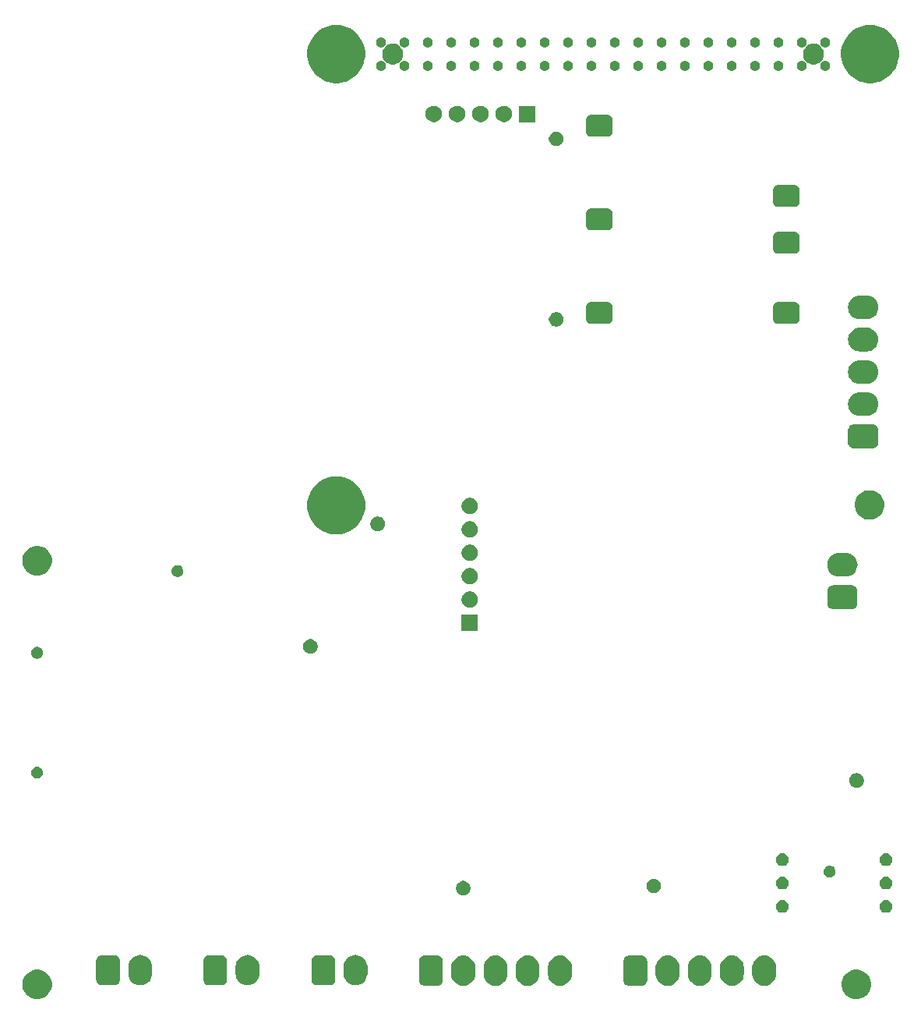
<source format=gbr>
G04 #@! TF.GenerationSoftware,KiCad,Pcbnew,5.1.5-52549c5~86~ubuntu18.04.1*
G04 #@! TF.CreationDate,2020-04-03T22:47:33+02:00*
G04 #@! TF.ProjectId,7001-ventilator_mainboard,37303031-2d76-4656-9e74-696c61746f72,2.0*
G04 #@! TF.SameCoordinates,Original*
G04 #@! TF.FileFunction,Soldermask,Bot*
G04 #@! TF.FilePolarity,Negative*
%FSLAX46Y46*%
G04 Gerber Fmt 4.6, Leading zero omitted, Abs format (unit mm)*
G04 Created by KiCad (PCBNEW 5.1.5-52549c5~86~ubuntu18.04.1) date 2020-04-03 22:47:33*
%MOMM*%
%LPD*%
G04 APERTURE LIST*
%ADD10C,0.100000*%
G04 APERTURE END LIST*
D10*
G36*
X160219074Y-203412231D02*
G01*
X160466703Y-203461487D01*
X160757884Y-203582098D01*
X161019941Y-203757199D01*
X161242801Y-203980059D01*
X161417902Y-204242116D01*
X161538513Y-204533297D01*
X161600000Y-204842414D01*
X161600000Y-205157586D01*
X161538513Y-205466703D01*
X161417902Y-205757884D01*
X161242801Y-206019941D01*
X161019941Y-206242801D01*
X160757884Y-206417902D01*
X160466703Y-206538513D01*
X160219074Y-206587769D01*
X160157587Y-206600000D01*
X159842413Y-206600000D01*
X159780926Y-206587769D01*
X159533297Y-206538513D01*
X159242116Y-206417902D01*
X158980059Y-206242801D01*
X158757199Y-206019941D01*
X158582098Y-205757884D01*
X158461487Y-205466703D01*
X158400000Y-205157586D01*
X158400000Y-204842414D01*
X158461487Y-204533297D01*
X158582098Y-204242116D01*
X158757199Y-203980059D01*
X158980059Y-203757199D01*
X159242116Y-203582098D01*
X159533297Y-203461487D01*
X159780926Y-203412231D01*
X159842413Y-203400000D01*
X160157587Y-203400000D01*
X160219074Y-203412231D01*
G37*
G36*
X71219074Y-203412231D02*
G01*
X71466703Y-203461487D01*
X71757884Y-203582098D01*
X72019941Y-203757199D01*
X72242801Y-203980059D01*
X72417902Y-204242116D01*
X72538513Y-204533297D01*
X72600000Y-204842414D01*
X72600000Y-205157586D01*
X72538513Y-205466703D01*
X72417902Y-205757884D01*
X72242801Y-206019941D01*
X72019941Y-206242801D01*
X71757884Y-206417902D01*
X71466703Y-206538513D01*
X71219074Y-206587769D01*
X71157587Y-206600000D01*
X70842413Y-206600000D01*
X70780926Y-206587769D01*
X70533297Y-206538513D01*
X70242116Y-206417902D01*
X69980059Y-206242801D01*
X69757199Y-206019941D01*
X69582098Y-205757884D01*
X69461487Y-205466703D01*
X69400000Y-205157586D01*
X69400000Y-204842414D01*
X69461487Y-204533297D01*
X69582098Y-204242116D01*
X69757199Y-203980059D01*
X69980059Y-203757199D01*
X70242116Y-203582098D01*
X70533297Y-203461487D01*
X70780926Y-203412231D01*
X70842413Y-203400000D01*
X71157587Y-203400000D01*
X71219074Y-203412231D01*
G37*
G36*
X124552883Y-201878666D02*
G01*
X124796049Y-201952429D01*
X125020152Y-202072215D01*
X125216581Y-202233419D01*
X125377785Y-202429847D01*
X125497571Y-202653950D01*
X125571334Y-202897116D01*
X125590000Y-203086634D01*
X125590000Y-203913365D01*
X125571334Y-204102883D01*
X125497571Y-204346050D01*
X125377785Y-204570153D01*
X125216581Y-204766581D01*
X125020153Y-204927785D01*
X124796050Y-205047571D01*
X124552884Y-205121334D01*
X124300000Y-205146241D01*
X124047117Y-205121334D01*
X123803951Y-205047571D01*
X123579848Y-204927785D01*
X123383420Y-204766581D01*
X123222215Y-204570153D01*
X123102429Y-204346050D01*
X123028666Y-204102884D01*
X123010000Y-203913366D01*
X123010000Y-203086635D01*
X123028666Y-202897117D01*
X123102429Y-202653951D01*
X123222215Y-202429848D01*
X123383419Y-202233419D01*
X123579847Y-202072215D01*
X123803950Y-201952429D01*
X124047116Y-201878666D01*
X124300000Y-201853759D01*
X124552883Y-201878666D01*
G37*
G36*
X121052883Y-201878666D02*
G01*
X121296049Y-201952429D01*
X121520152Y-202072215D01*
X121716581Y-202233419D01*
X121877785Y-202429847D01*
X121997571Y-202653950D01*
X122071334Y-202897116D01*
X122090000Y-203086634D01*
X122090000Y-203913365D01*
X122071334Y-204102883D01*
X121997571Y-204346050D01*
X121877785Y-204570153D01*
X121716581Y-204766581D01*
X121520153Y-204927785D01*
X121296050Y-205047571D01*
X121052884Y-205121334D01*
X120800000Y-205146241D01*
X120547117Y-205121334D01*
X120303951Y-205047571D01*
X120079848Y-204927785D01*
X119883420Y-204766581D01*
X119722215Y-204570153D01*
X119602429Y-204346050D01*
X119528666Y-204102884D01*
X119510000Y-203913366D01*
X119510000Y-203086635D01*
X119528666Y-202897117D01*
X119602429Y-202653951D01*
X119722215Y-202429848D01*
X119883419Y-202233419D01*
X120079847Y-202072215D01*
X120303950Y-201952429D01*
X120547116Y-201878666D01*
X120800000Y-201853759D01*
X121052883Y-201878666D01*
G37*
G36*
X117552883Y-201878666D02*
G01*
X117796049Y-201952429D01*
X118020152Y-202072215D01*
X118216581Y-202233419D01*
X118377785Y-202429847D01*
X118497571Y-202653950D01*
X118571334Y-202897116D01*
X118590000Y-203086634D01*
X118590000Y-203913365D01*
X118571334Y-204102883D01*
X118497571Y-204346050D01*
X118377785Y-204570153D01*
X118216581Y-204766581D01*
X118020153Y-204927785D01*
X117796050Y-205047571D01*
X117552884Y-205121334D01*
X117300000Y-205146241D01*
X117047117Y-205121334D01*
X116803951Y-205047571D01*
X116579848Y-204927785D01*
X116383420Y-204766581D01*
X116222215Y-204570153D01*
X116102429Y-204346050D01*
X116028666Y-204102884D01*
X116010000Y-203913366D01*
X116010000Y-203086635D01*
X116028666Y-202897117D01*
X116102429Y-202653951D01*
X116222215Y-202429848D01*
X116383419Y-202233419D01*
X116579847Y-202072215D01*
X116803950Y-201952429D01*
X117047116Y-201878666D01*
X117300000Y-201853759D01*
X117552883Y-201878666D01*
G37*
G36*
X128052883Y-201878666D02*
G01*
X128296049Y-201952429D01*
X128520152Y-202072215D01*
X128716581Y-202233419D01*
X128877785Y-202429847D01*
X128997571Y-202653950D01*
X129071334Y-202897116D01*
X129090000Y-203086634D01*
X129090000Y-203913365D01*
X129071334Y-204102883D01*
X128997571Y-204346050D01*
X128877785Y-204570153D01*
X128716581Y-204766581D01*
X128520153Y-204927785D01*
X128296050Y-205047571D01*
X128052884Y-205121334D01*
X127800000Y-205146241D01*
X127547117Y-205121334D01*
X127303951Y-205047571D01*
X127079848Y-204927785D01*
X126883420Y-204766581D01*
X126722215Y-204570153D01*
X126602429Y-204346050D01*
X126528666Y-204102884D01*
X126510000Y-203913366D01*
X126510000Y-203086635D01*
X126528666Y-202897117D01*
X126602429Y-202653951D01*
X126722215Y-202429848D01*
X126883419Y-202233419D01*
X127079847Y-202072215D01*
X127303950Y-201952429D01*
X127547116Y-201878666D01*
X127800000Y-201853759D01*
X128052883Y-201878666D01*
G37*
G36*
X146752883Y-201878666D02*
G01*
X146996049Y-201952429D01*
X147220152Y-202072215D01*
X147416581Y-202233419D01*
X147577785Y-202429847D01*
X147697571Y-202653950D01*
X147771334Y-202897116D01*
X147790000Y-203086634D01*
X147790000Y-203913365D01*
X147771334Y-204102883D01*
X147697571Y-204346050D01*
X147577785Y-204570153D01*
X147416581Y-204766581D01*
X147220153Y-204927785D01*
X146996050Y-205047571D01*
X146752884Y-205121334D01*
X146500000Y-205146241D01*
X146247117Y-205121334D01*
X146003951Y-205047571D01*
X145779848Y-204927785D01*
X145583420Y-204766581D01*
X145422215Y-204570153D01*
X145302429Y-204346050D01*
X145228666Y-204102884D01*
X145210000Y-203913366D01*
X145210000Y-203086635D01*
X145228666Y-202897117D01*
X145302429Y-202653951D01*
X145422215Y-202429848D01*
X145583419Y-202233419D01*
X145779847Y-202072215D01*
X146003950Y-201952429D01*
X146247116Y-201878666D01*
X146500000Y-201853759D01*
X146752883Y-201878666D01*
G37*
G36*
X139752883Y-201878666D02*
G01*
X139996049Y-201952429D01*
X140220152Y-202072215D01*
X140416581Y-202233419D01*
X140577785Y-202429847D01*
X140697571Y-202653950D01*
X140771334Y-202897116D01*
X140790000Y-203086634D01*
X140790000Y-203913365D01*
X140771334Y-204102883D01*
X140697571Y-204346050D01*
X140577785Y-204570153D01*
X140416581Y-204766581D01*
X140220153Y-204927785D01*
X139996050Y-205047571D01*
X139752884Y-205121334D01*
X139500000Y-205146241D01*
X139247117Y-205121334D01*
X139003951Y-205047571D01*
X138779848Y-204927785D01*
X138583420Y-204766581D01*
X138422215Y-204570153D01*
X138302429Y-204346050D01*
X138228666Y-204102884D01*
X138210000Y-203913366D01*
X138210000Y-203086635D01*
X138228666Y-202897117D01*
X138302429Y-202653951D01*
X138422215Y-202429848D01*
X138583419Y-202233419D01*
X138779847Y-202072215D01*
X139003950Y-201952429D01*
X139247116Y-201878666D01*
X139500000Y-201853759D01*
X139752883Y-201878666D01*
G37*
G36*
X150252883Y-201878666D02*
G01*
X150496049Y-201952429D01*
X150720152Y-202072215D01*
X150916581Y-202233419D01*
X151077785Y-202429847D01*
X151197571Y-202653950D01*
X151271334Y-202897116D01*
X151290000Y-203086634D01*
X151290000Y-203913365D01*
X151271334Y-204102883D01*
X151197571Y-204346050D01*
X151077785Y-204570153D01*
X150916581Y-204766581D01*
X150720153Y-204927785D01*
X150496050Y-205047571D01*
X150252884Y-205121334D01*
X150000000Y-205146241D01*
X149747117Y-205121334D01*
X149503951Y-205047571D01*
X149279848Y-204927785D01*
X149083420Y-204766581D01*
X148922215Y-204570153D01*
X148802429Y-204346050D01*
X148728666Y-204102884D01*
X148710000Y-203913366D01*
X148710000Y-203086635D01*
X148728666Y-202897117D01*
X148802429Y-202653951D01*
X148922215Y-202429848D01*
X149083419Y-202233419D01*
X149279847Y-202072215D01*
X149503950Y-201952429D01*
X149747116Y-201878666D01*
X150000000Y-201853759D01*
X150252883Y-201878666D01*
G37*
G36*
X143252883Y-201878666D02*
G01*
X143496049Y-201952429D01*
X143720152Y-202072215D01*
X143916581Y-202233419D01*
X144077785Y-202429847D01*
X144197571Y-202653950D01*
X144271334Y-202897116D01*
X144290000Y-203086634D01*
X144290000Y-203913365D01*
X144271334Y-204102883D01*
X144197571Y-204346050D01*
X144077785Y-204570153D01*
X143916581Y-204766581D01*
X143720153Y-204927785D01*
X143496050Y-205047571D01*
X143252884Y-205121334D01*
X143000000Y-205146241D01*
X142747117Y-205121334D01*
X142503951Y-205047571D01*
X142279848Y-204927785D01*
X142083420Y-204766581D01*
X141922215Y-204570153D01*
X141802429Y-204346050D01*
X141728666Y-204102884D01*
X141710000Y-203913366D01*
X141710000Y-203086635D01*
X141728666Y-202897117D01*
X141802429Y-202653951D01*
X141922215Y-202429848D01*
X142083419Y-202233419D01*
X142279847Y-202072215D01*
X142503950Y-201952429D01*
X142747116Y-201878666D01*
X143000000Y-201853759D01*
X143252883Y-201878666D01*
G37*
G36*
X136792915Y-201872126D02*
G01*
X136908703Y-201907250D01*
X137015418Y-201964291D01*
X137108951Y-202041049D01*
X137185709Y-202134582D01*
X137242750Y-202241297D01*
X137277874Y-202357085D01*
X137290000Y-202480200D01*
X137290000Y-204519800D01*
X137277874Y-204642915D01*
X137242750Y-204758703D01*
X137185709Y-204865418D01*
X137108951Y-204958951D01*
X137015418Y-205035709D01*
X136908703Y-205092750D01*
X136792915Y-205127874D01*
X136669800Y-205140000D01*
X135330200Y-205140000D01*
X135207085Y-205127874D01*
X135091297Y-205092750D01*
X134984582Y-205035709D01*
X134891049Y-204958951D01*
X134814291Y-204865418D01*
X134757250Y-204758703D01*
X134722126Y-204642915D01*
X134710000Y-204519800D01*
X134710000Y-202480200D01*
X134722126Y-202357085D01*
X134757250Y-202241297D01*
X134814291Y-202134582D01*
X134891049Y-202041049D01*
X134984582Y-201964291D01*
X135091297Y-201907250D01*
X135207085Y-201872126D01*
X135330200Y-201860000D01*
X136669800Y-201860000D01*
X136792915Y-201872126D01*
G37*
G36*
X114592915Y-201872126D02*
G01*
X114708703Y-201907250D01*
X114815418Y-201964291D01*
X114908951Y-202041049D01*
X114985709Y-202134582D01*
X115042750Y-202241297D01*
X115077874Y-202357085D01*
X115090000Y-202480200D01*
X115090000Y-204519800D01*
X115077874Y-204642915D01*
X115042750Y-204758703D01*
X114985709Y-204865418D01*
X114908951Y-204958951D01*
X114815418Y-205035709D01*
X114708703Y-205092750D01*
X114592915Y-205127874D01*
X114469800Y-205140000D01*
X113130200Y-205140000D01*
X113007085Y-205127874D01*
X112891297Y-205092750D01*
X112784582Y-205035709D01*
X112691049Y-204958951D01*
X112614291Y-204865418D01*
X112557250Y-204758703D01*
X112522126Y-204642915D01*
X112510000Y-204519800D01*
X112510000Y-202480200D01*
X112522126Y-202357085D01*
X112557250Y-202241297D01*
X112614291Y-202134582D01*
X112691049Y-202041049D01*
X112784582Y-201964291D01*
X112891297Y-201907250D01*
X113007085Y-201872126D01*
X113130200Y-201860000D01*
X114469800Y-201860000D01*
X114592915Y-201872126D01*
G37*
G36*
X105852883Y-201828666D02*
G01*
X106096049Y-201902429D01*
X106320152Y-202022215D01*
X106516581Y-202183419D01*
X106677785Y-202379847D01*
X106797571Y-202603950D01*
X106871334Y-202847116D01*
X106890000Y-203036634D01*
X106890000Y-203863365D01*
X106871334Y-204052883D01*
X106797571Y-204296050D01*
X106677785Y-204520153D01*
X106516581Y-204716581D01*
X106320153Y-204877785D01*
X106096050Y-204997571D01*
X105852884Y-205071334D01*
X105600000Y-205096241D01*
X105347117Y-205071334D01*
X105103951Y-204997571D01*
X104879848Y-204877785D01*
X104683420Y-204716581D01*
X104522215Y-204520153D01*
X104402429Y-204296050D01*
X104328666Y-204052884D01*
X104310000Y-203863366D01*
X104310000Y-203036635D01*
X104328666Y-202847117D01*
X104402429Y-202603951D01*
X104522215Y-202379848D01*
X104683419Y-202183419D01*
X104879847Y-202022215D01*
X105103950Y-201902429D01*
X105347116Y-201828666D01*
X105600000Y-201803759D01*
X105852883Y-201828666D01*
G37*
G36*
X82452883Y-201828666D02*
G01*
X82696049Y-201902429D01*
X82920152Y-202022215D01*
X83116581Y-202183419D01*
X83277785Y-202379847D01*
X83397571Y-202603950D01*
X83471334Y-202847116D01*
X83490000Y-203036634D01*
X83490000Y-203863365D01*
X83471334Y-204052883D01*
X83397571Y-204296050D01*
X83277785Y-204520153D01*
X83116581Y-204716581D01*
X82920153Y-204877785D01*
X82696050Y-204997571D01*
X82452884Y-205071334D01*
X82200000Y-205096241D01*
X81947117Y-205071334D01*
X81703951Y-204997571D01*
X81479848Y-204877785D01*
X81283420Y-204716581D01*
X81122215Y-204520153D01*
X81002429Y-204296050D01*
X80928666Y-204052884D01*
X80910000Y-203863366D01*
X80910000Y-203036635D01*
X80928666Y-202847117D01*
X81002429Y-202603951D01*
X81122215Y-202379848D01*
X81283419Y-202183419D01*
X81479847Y-202022215D01*
X81703950Y-201902429D01*
X81947116Y-201828666D01*
X82200000Y-201803759D01*
X82452883Y-201828666D01*
G37*
G36*
X94102883Y-201828666D02*
G01*
X94346049Y-201902429D01*
X94570152Y-202022215D01*
X94766581Y-202183419D01*
X94927785Y-202379847D01*
X95047571Y-202603950D01*
X95121334Y-202847116D01*
X95140000Y-203036634D01*
X95140000Y-203863365D01*
X95121334Y-204052883D01*
X95047571Y-204296050D01*
X94927785Y-204520153D01*
X94766581Y-204716581D01*
X94570153Y-204877785D01*
X94346050Y-204997571D01*
X94102884Y-205071334D01*
X93850000Y-205096241D01*
X93597117Y-205071334D01*
X93353951Y-204997571D01*
X93129848Y-204877785D01*
X92933420Y-204716581D01*
X92772215Y-204520153D01*
X92652429Y-204296050D01*
X92578666Y-204052884D01*
X92560000Y-203863366D01*
X92560000Y-203036635D01*
X92578666Y-202847117D01*
X92652429Y-202603951D01*
X92772215Y-202379848D01*
X92933419Y-202183419D01*
X93129847Y-202022215D01*
X93353950Y-201902429D01*
X93597116Y-201828666D01*
X93850000Y-201803759D01*
X94102883Y-201828666D01*
G37*
G36*
X79492915Y-201822126D02*
G01*
X79608703Y-201857250D01*
X79715418Y-201914291D01*
X79808951Y-201991049D01*
X79885709Y-202084582D01*
X79942750Y-202191297D01*
X79977874Y-202307085D01*
X79990000Y-202430200D01*
X79990000Y-204469800D01*
X79977874Y-204592915D01*
X79942750Y-204708703D01*
X79885709Y-204815418D01*
X79808951Y-204908951D01*
X79715418Y-204985709D01*
X79608703Y-205042750D01*
X79492915Y-205077874D01*
X79369800Y-205090000D01*
X78030200Y-205090000D01*
X77907085Y-205077874D01*
X77791297Y-205042750D01*
X77684582Y-204985709D01*
X77591049Y-204908951D01*
X77514291Y-204815418D01*
X77457250Y-204708703D01*
X77422126Y-204592915D01*
X77410000Y-204469800D01*
X77410000Y-202430200D01*
X77422126Y-202307085D01*
X77457250Y-202191297D01*
X77514291Y-202084582D01*
X77591049Y-201991049D01*
X77684582Y-201914291D01*
X77791297Y-201857250D01*
X77907085Y-201822126D01*
X78030200Y-201810000D01*
X79369800Y-201810000D01*
X79492915Y-201822126D01*
G37*
G36*
X102892915Y-201822126D02*
G01*
X103008703Y-201857250D01*
X103115418Y-201914291D01*
X103208951Y-201991049D01*
X103285709Y-202084582D01*
X103342750Y-202191297D01*
X103377874Y-202307085D01*
X103390000Y-202430200D01*
X103390000Y-204469800D01*
X103377874Y-204592915D01*
X103342750Y-204708703D01*
X103285709Y-204815418D01*
X103208951Y-204908951D01*
X103115418Y-204985709D01*
X103008703Y-205042750D01*
X102892915Y-205077874D01*
X102769800Y-205090000D01*
X101430200Y-205090000D01*
X101307085Y-205077874D01*
X101191297Y-205042750D01*
X101084582Y-204985709D01*
X100991049Y-204908951D01*
X100914291Y-204815418D01*
X100857250Y-204708703D01*
X100822126Y-204592915D01*
X100810000Y-204469800D01*
X100810000Y-202430200D01*
X100822126Y-202307085D01*
X100857250Y-202191297D01*
X100914291Y-202084582D01*
X100991049Y-201991049D01*
X101084582Y-201914291D01*
X101191297Y-201857250D01*
X101307085Y-201822126D01*
X101430200Y-201810000D01*
X102769800Y-201810000D01*
X102892915Y-201822126D01*
G37*
G36*
X91142915Y-201822126D02*
G01*
X91258703Y-201857250D01*
X91365418Y-201914291D01*
X91458951Y-201991049D01*
X91535709Y-202084582D01*
X91592750Y-202191297D01*
X91627874Y-202307085D01*
X91640000Y-202430200D01*
X91640000Y-204469800D01*
X91627874Y-204592915D01*
X91592750Y-204708703D01*
X91535709Y-204815418D01*
X91458951Y-204908951D01*
X91365418Y-204985709D01*
X91258703Y-205042750D01*
X91142915Y-205077874D01*
X91019800Y-205090000D01*
X89680200Y-205090000D01*
X89557085Y-205077874D01*
X89441297Y-205042750D01*
X89334582Y-204985709D01*
X89241049Y-204908951D01*
X89164291Y-204815418D01*
X89107250Y-204708703D01*
X89072126Y-204592915D01*
X89060000Y-204469800D01*
X89060000Y-202430200D01*
X89072126Y-202307085D01*
X89107250Y-202191297D01*
X89164291Y-202084582D01*
X89241049Y-201991049D01*
X89334582Y-201914291D01*
X89441297Y-201857250D01*
X89557085Y-201822126D01*
X89680200Y-201810000D01*
X91019800Y-201810000D01*
X91142915Y-201822126D01*
G37*
G36*
X152076286Y-195856629D02*
G01*
X152176266Y-195876516D01*
X152301838Y-195928530D01*
X152414850Y-196004042D01*
X152510958Y-196100150D01*
X152586470Y-196213162D01*
X152638484Y-196338734D01*
X152665000Y-196472041D01*
X152665000Y-196607959D01*
X152638484Y-196741266D01*
X152586470Y-196866838D01*
X152510958Y-196979850D01*
X152414850Y-197075958D01*
X152301838Y-197151470D01*
X152176266Y-197203484D01*
X152076286Y-197223371D01*
X152042960Y-197230000D01*
X151907040Y-197230000D01*
X151873714Y-197223371D01*
X151773734Y-197203484D01*
X151648162Y-197151470D01*
X151535150Y-197075958D01*
X151439042Y-196979850D01*
X151363530Y-196866838D01*
X151311516Y-196741266D01*
X151285000Y-196607959D01*
X151285000Y-196472041D01*
X151311516Y-196338734D01*
X151363530Y-196213162D01*
X151439042Y-196100150D01*
X151535150Y-196004042D01*
X151648162Y-195928530D01*
X151773734Y-195876516D01*
X151873714Y-195856629D01*
X151907040Y-195850000D01*
X152042960Y-195850000D01*
X152076286Y-195856629D01*
G37*
G36*
X163326286Y-195856629D02*
G01*
X163426266Y-195876516D01*
X163551838Y-195928530D01*
X163664850Y-196004042D01*
X163760958Y-196100150D01*
X163836470Y-196213162D01*
X163888484Y-196338734D01*
X163915000Y-196472041D01*
X163915000Y-196607959D01*
X163888484Y-196741266D01*
X163836470Y-196866838D01*
X163760958Y-196979850D01*
X163664850Y-197075958D01*
X163551838Y-197151470D01*
X163426266Y-197203484D01*
X163326286Y-197223371D01*
X163292960Y-197230000D01*
X163157040Y-197230000D01*
X163123714Y-197223371D01*
X163023734Y-197203484D01*
X162898162Y-197151470D01*
X162785150Y-197075958D01*
X162689042Y-196979850D01*
X162613530Y-196866838D01*
X162561516Y-196741266D01*
X162535000Y-196607959D01*
X162535000Y-196472041D01*
X162561516Y-196338734D01*
X162613530Y-196213162D01*
X162689042Y-196100150D01*
X162785150Y-196004042D01*
X162898162Y-195928530D01*
X163023734Y-195876516D01*
X163123714Y-195856629D01*
X163157040Y-195850000D01*
X163292960Y-195850000D01*
X163326286Y-195856629D01*
G37*
G36*
X117530436Y-193790359D02*
G01*
X117674203Y-193849909D01*
X117803598Y-193936368D01*
X117913632Y-194046402D01*
X118000091Y-194175797D01*
X118059641Y-194319564D01*
X118090000Y-194472191D01*
X118090000Y-194627809D01*
X118059641Y-194780436D01*
X118000091Y-194924203D01*
X117913632Y-195053598D01*
X117803598Y-195163632D01*
X117674203Y-195250091D01*
X117530436Y-195309641D01*
X117377809Y-195340000D01*
X117222191Y-195340000D01*
X117069564Y-195309641D01*
X116925797Y-195250091D01*
X116796402Y-195163632D01*
X116686368Y-195053598D01*
X116599909Y-194924203D01*
X116540359Y-194780436D01*
X116510000Y-194627809D01*
X116510000Y-194472191D01*
X116540359Y-194319564D01*
X116599909Y-194175797D01*
X116686368Y-194046402D01*
X116796402Y-193936368D01*
X116925797Y-193849909D01*
X117069564Y-193790359D01*
X117222191Y-193760000D01*
X117377809Y-193760000D01*
X117530436Y-193790359D01*
G37*
G36*
X138230436Y-193540359D02*
G01*
X138374203Y-193599909D01*
X138503598Y-193686368D01*
X138613632Y-193796402D01*
X138700091Y-193925797D01*
X138759641Y-194069564D01*
X138790000Y-194222191D01*
X138790000Y-194377809D01*
X138759641Y-194530436D01*
X138700091Y-194674203D01*
X138613632Y-194803598D01*
X138503598Y-194913632D01*
X138374203Y-195000091D01*
X138230436Y-195059641D01*
X138077809Y-195090000D01*
X137922191Y-195090000D01*
X137769564Y-195059641D01*
X137625797Y-195000091D01*
X137496402Y-194913632D01*
X137386368Y-194803598D01*
X137299909Y-194674203D01*
X137240359Y-194530436D01*
X137210000Y-194377809D01*
X137210000Y-194222191D01*
X137240359Y-194069564D01*
X137299909Y-193925797D01*
X137386368Y-193796402D01*
X137496402Y-193686368D01*
X137625797Y-193599909D01*
X137769564Y-193540359D01*
X137922191Y-193510000D01*
X138077809Y-193510000D01*
X138230436Y-193540359D01*
G37*
G36*
X152076286Y-193316629D02*
G01*
X152176266Y-193336516D01*
X152301838Y-193388530D01*
X152414850Y-193464042D01*
X152510958Y-193560150D01*
X152586470Y-193673162D01*
X152638484Y-193798734D01*
X152658371Y-193898714D01*
X152665000Y-193932040D01*
X152665000Y-194067960D01*
X152658371Y-194101286D01*
X152638484Y-194201266D01*
X152586470Y-194326838D01*
X152510958Y-194439850D01*
X152414850Y-194535958D01*
X152301838Y-194611470D01*
X152176266Y-194663484D01*
X152076286Y-194683371D01*
X152042960Y-194690000D01*
X151907040Y-194690000D01*
X151873714Y-194683371D01*
X151773734Y-194663484D01*
X151648162Y-194611470D01*
X151535150Y-194535958D01*
X151439042Y-194439850D01*
X151363530Y-194326838D01*
X151311516Y-194201266D01*
X151291629Y-194101286D01*
X151285000Y-194067960D01*
X151285000Y-193932040D01*
X151291629Y-193898714D01*
X151311516Y-193798734D01*
X151363530Y-193673162D01*
X151439042Y-193560150D01*
X151535150Y-193464042D01*
X151648162Y-193388530D01*
X151773734Y-193336516D01*
X151873714Y-193316629D01*
X151907040Y-193310000D01*
X152042960Y-193310000D01*
X152076286Y-193316629D01*
G37*
G36*
X163326286Y-193316629D02*
G01*
X163426266Y-193336516D01*
X163551838Y-193388530D01*
X163664850Y-193464042D01*
X163760958Y-193560150D01*
X163836470Y-193673162D01*
X163888484Y-193798734D01*
X163908371Y-193898714D01*
X163915000Y-193932040D01*
X163915000Y-194067960D01*
X163908371Y-194101286D01*
X163888484Y-194201266D01*
X163836470Y-194326838D01*
X163760958Y-194439850D01*
X163664850Y-194535958D01*
X163551838Y-194611470D01*
X163426266Y-194663484D01*
X163326286Y-194683371D01*
X163292960Y-194690000D01*
X163157040Y-194690000D01*
X163123714Y-194683371D01*
X163023734Y-194663484D01*
X162898162Y-194611470D01*
X162785150Y-194535958D01*
X162689042Y-194439850D01*
X162613530Y-194326838D01*
X162561516Y-194201266D01*
X162541629Y-194101286D01*
X162535000Y-194067960D01*
X162535000Y-193932040D01*
X162541629Y-193898714D01*
X162561516Y-193798734D01*
X162613530Y-193673162D01*
X162689042Y-193560150D01*
X162785150Y-193464042D01*
X162898162Y-193388530D01*
X163023734Y-193336516D01*
X163123714Y-193316629D01*
X163157040Y-193310000D01*
X163292960Y-193310000D01*
X163326286Y-193316629D01*
G37*
G36*
X157296683Y-192114595D02*
G01*
X157386767Y-192151909D01*
X157413154Y-192162839D01*
X157517976Y-192232879D01*
X157607121Y-192322024D01*
X157677161Y-192426846D01*
X157677162Y-192426849D01*
X157725405Y-192543317D01*
X157750000Y-192666965D01*
X157750000Y-192793035D01*
X157725405Y-192916683D01*
X157688091Y-193006767D01*
X157677161Y-193033154D01*
X157607121Y-193137976D01*
X157517976Y-193227121D01*
X157413154Y-193297161D01*
X157386767Y-193308091D01*
X157296683Y-193345405D01*
X157173035Y-193370000D01*
X157046965Y-193370000D01*
X156923317Y-193345405D01*
X156833233Y-193308091D01*
X156806846Y-193297161D01*
X156702024Y-193227121D01*
X156612879Y-193137976D01*
X156542839Y-193033154D01*
X156531909Y-193006767D01*
X156494595Y-192916683D01*
X156470000Y-192793035D01*
X156470000Y-192666965D01*
X156494595Y-192543317D01*
X156542838Y-192426849D01*
X156542839Y-192426846D01*
X156612879Y-192322024D01*
X156702024Y-192232879D01*
X156806846Y-192162839D01*
X156833233Y-192151909D01*
X156923317Y-192114595D01*
X157046965Y-192090000D01*
X157173035Y-192090000D01*
X157296683Y-192114595D01*
G37*
G36*
X163326286Y-190776629D02*
G01*
X163426266Y-190796516D01*
X163551838Y-190848530D01*
X163664850Y-190924042D01*
X163760958Y-191020150D01*
X163836470Y-191133162D01*
X163888484Y-191258734D01*
X163915000Y-191392041D01*
X163915000Y-191527959D01*
X163888484Y-191661266D01*
X163836470Y-191786838D01*
X163760958Y-191899850D01*
X163664850Y-191995958D01*
X163551838Y-192071470D01*
X163426266Y-192123484D01*
X163326286Y-192143371D01*
X163292960Y-192150000D01*
X163157040Y-192150000D01*
X163123714Y-192143371D01*
X163023734Y-192123484D01*
X162898162Y-192071470D01*
X162785150Y-191995958D01*
X162689042Y-191899850D01*
X162613530Y-191786838D01*
X162561516Y-191661266D01*
X162535000Y-191527959D01*
X162535000Y-191392041D01*
X162561516Y-191258734D01*
X162613530Y-191133162D01*
X162689042Y-191020150D01*
X162785150Y-190924042D01*
X162898162Y-190848530D01*
X163023734Y-190796516D01*
X163123714Y-190776629D01*
X163157040Y-190770000D01*
X163292960Y-190770000D01*
X163326286Y-190776629D01*
G37*
G36*
X152076286Y-190776629D02*
G01*
X152176266Y-190796516D01*
X152301838Y-190848530D01*
X152414850Y-190924042D01*
X152510958Y-191020150D01*
X152586470Y-191133162D01*
X152638484Y-191258734D01*
X152665000Y-191392041D01*
X152665000Y-191527959D01*
X152638484Y-191661266D01*
X152586470Y-191786838D01*
X152510958Y-191899850D01*
X152414850Y-191995958D01*
X152301838Y-192071470D01*
X152176266Y-192123484D01*
X152076286Y-192143371D01*
X152042960Y-192150000D01*
X151907040Y-192150000D01*
X151873714Y-192143371D01*
X151773734Y-192123484D01*
X151648162Y-192071470D01*
X151535150Y-191995958D01*
X151439042Y-191899850D01*
X151363530Y-191786838D01*
X151311516Y-191661266D01*
X151285000Y-191527959D01*
X151285000Y-191392041D01*
X151311516Y-191258734D01*
X151363530Y-191133162D01*
X151439042Y-191020150D01*
X151535150Y-190924042D01*
X151648162Y-190848530D01*
X151773734Y-190796516D01*
X151873714Y-190776629D01*
X151907040Y-190770000D01*
X152042960Y-190770000D01*
X152076286Y-190776629D01*
G37*
G36*
X160280436Y-182090359D02*
G01*
X160424203Y-182149909D01*
X160553598Y-182236368D01*
X160663632Y-182346402D01*
X160750091Y-182475797D01*
X160809641Y-182619564D01*
X160840000Y-182772191D01*
X160840000Y-182927809D01*
X160809641Y-183080436D01*
X160750091Y-183224203D01*
X160663632Y-183353598D01*
X160553598Y-183463632D01*
X160424203Y-183550091D01*
X160280436Y-183609641D01*
X160127809Y-183640000D01*
X159972191Y-183640000D01*
X159819564Y-183609641D01*
X159675797Y-183550091D01*
X159546402Y-183463632D01*
X159436368Y-183353598D01*
X159349909Y-183224203D01*
X159290359Y-183080436D01*
X159260000Y-182927809D01*
X159260000Y-182772191D01*
X159290359Y-182619564D01*
X159349909Y-182475797D01*
X159436368Y-182346402D01*
X159546402Y-182236368D01*
X159675797Y-182149909D01*
X159819564Y-182090359D01*
X159972191Y-182060000D01*
X160127809Y-182060000D01*
X160280436Y-182090359D01*
G37*
G36*
X71186683Y-181384595D02*
G01*
X71276767Y-181421909D01*
X71303154Y-181432839D01*
X71407976Y-181502879D01*
X71497121Y-181592024D01*
X71567161Y-181696846D01*
X71567162Y-181696849D01*
X71615405Y-181813317D01*
X71640000Y-181936965D01*
X71640000Y-182063035D01*
X71615405Y-182186683D01*
X71578091Y-182276767D01*
X71567161Y-182303154D01*
X71497121Y-182407976D01*
X71407976Y-182497121D01*
X71303154Y-182567161D01*
X71276767Y-182578091D01*
X71186683Y-182615405D01*
X71063035Y-182640000D01*
X70936965Y-182640000D01*
X70813317Y-182615405D01*
X70723233Y-182578091D01*
X70696846Y-182567161D01*
X70592024Y-182497121D01*
X70502879Y-182407976D01*
X70432839Y-182303154D01*
X70421909Y-182276767D01*
X70384595Y-182186683D01*
X70360000Y-182063035D01*
X70360000Y-181936965D01*
X70384595Y-181813317D01*
X70432838Y-181696849D01*
X70432839Y-181696846D01*
X70502879Y-181592024D01*
X70592024Y-181502879D01*
X70696846Y-181432839D01*
X70723233Y-181421909D01*
X70813317Y-181384595D01*
X70936965Y-181360000D01*
X71063035Y-181360000D01*
X71186683Y-181384595D01*
G37*
G36*
X71186683Y-168384595D02*
G01*
X71276767Y-168421909D01*
X71303154Y-168432839D01*
X71407976Y-168502879D01*
X71497121Y-168592024D01*
X71567161Y-168696846D01*
X71567162Y-168696849D01*
X71615405Y-168813317D01*
X71640000Y-168936965D01*
X71640000Y-169063035D01*
X71615405Y-169186683D01*
X71578091Y-169276767D01*
X71567161Y-169303154D01*
X71497121Y-169407976D01*
X71407976Y-169497121D01*
X71303154Y-169567161D01*
X71276767Y-169578091D01*
X71186683Y-169615405D01*
X71063035Y-169640000D01*
X70936965Y-169640000D01*
X70813317Y-169615405D01*
X70723233Y-169578091D01*
X70696846Y-169567161D01*
X70592024Y-169497121D01*
X70502879Y-169407976D01*
X70432839Y-169303154D01*
X70421909Y-169276767D01*
X70384595Y-169186683D01*
X70360000Y-169063035D01*
X70360000Y-168936965D01*
X70384595Y-168813317D01*
X70432838Y-168696849D01*
X70432839Y-168696846D01*
X70502879Y-168592024D01*
X70592024Y-168502879D01*
X70696846Y-168432839D01*
X70723233Y-168421909D01*
X70813317Y-168384595D01*
X70936965Y-168360000D01*
X71063035Y-168360000D01*
X71186683Y-168384595D01*
G37*
G36*
X100930436Y-167540359D02*
G01*
X101074203Y-167599909D01*
X101203598Y-167686368D01*
X101313632Y-167796402D01*
X101400091Y-167925797D01*
X101459641Y-168069564D01*
X101490000Y-168222191D01*
X101490000Y-168377809D01*
X101459641Y-168530436D01*
X101400091Y-168674203D01*
X101313632Y-168803598D01*
X101203598Y-168913632D01*
X101074203Y-169000091D01*
X100930436Y-169059641D01*
X100777809Y-169090000D01*
X100622191Y-169090000D01*
X100469564Y-169059641D01*
X100325797Y-169000091D01*
X100196402Y-168913632D01*
X100086368Y-168803598D01*
X99999909Y-168674203D01*
X99940359Y-168530436D01*
X99910000Y-168377809D01*
X99910000Y-168222191D01*
X99940359Y-168069564D01*
X99999909Y-167925797D01*
X100086368Y-167796402D01*
X100196402Y-167686368D01*
X100325797Y-167599909D01*
X100469564Y-167540359D01*
X100622191Y-167510000D01*
X100777809Y-167510000D01*
X100930436Y-167540359D01*
G37*
G36*
X118890000Y-166640000D02*
G01*
X117110000Y-166640000D01*
X117110000Y-164860000D01*
X118890000Y-164860000D01*
X118890000Y-166640000D01*
G37*
G36*
X159642915Y-161672126D02*
G01*
X159758703Y-161707250D01*
X159865418Y-161764291D01*
X159958951Y-161841049D01*
X160035709Y-161934582D01*
X160092750Y-162041297D01*
X160127874Y-162157085D01*
X160140000Y-162280200D01*
X160140000Y-163619800D01*
X160127874Y-163742915D01*
X160092750Y-163858703D01*
X160035709Y-163965418D01*
X159958951Y-164058951D01*
X159865418Y-164135709D01*
X159758703Y-164192750D01*
X159642915Y-164227874D01*
X159519800Y-164240000D01*
X157480200Y-164240000D01*
X157357085Y-164227874D01*
X157241297Y-164192750D01*
X157134582Y-164135709D01*
X157041049Y-164058951D01*
X156964291Y-163965418D01*
X156907250Y-163858703D01*
X156872126Y-163742915D01*
X156860000Y-163619800D01*
X156860000Y-162280200D01*
X156872126Y-162157085D01*
X156907250Y-162041297D01*
X156964291Y-161934582D01*
X157041049Y-161841049D01*
X157134582Y-161764291D01*
X157241297Y-161707250D01*
X157357085Y-161672126D01*
X157480200Y-161660000D01*
X159519800Y-161660000D01*
X159642915Y-161672126D01*
G37*
G36*
X118259605Y-162354203D02*
G01*
X118421570Y-162421291D01*
X118421573Y-162421293D01*
X118567342Y-162518692D01*
X118691308Y-162642658D01*
X118788707Y-162788427D01*
X118788709Y-162788430D01*
X118855797Y-162950395D01*
X118890000Y-163122342D01*
X118890000Y-163297658D01*
X118855797Y-163469605D01*
X118788709Y-163631570D01*
X118788707Y-163631573D01*
X118691308Y-163777342D01*
X118567342Y-163901308D01*
X118421573Y-163998707D01*
X118421570Y-163998709D01*
X118259605Y-164065797D01*
X118087658Y-164100000D01*
X117912342Y-164100000D01*
X117740395Y-164065797D01*
X117578430Y-163998709D01*
X117578427Y-163998707D01*
X117432658Y-163901308D01*
X117308692Y-163777342D01*
X117211293Y-163631573D01*
X117211291Y-163631570D01*
X117144203Y-163469605D01*
X117110000Y-163297658D01*
X117110000Y-163122342D01*
X117144203Y-162950395D01*
X117211291Y-162788430D01*
X117211293Y-162788427D01*
X117308692Y-162642658D01*
X117432658Y-162518692D01*
X117578427Y-162421293D01*
X117578430Y-162421291D01*
X117740395Y-162354203D01*
X117912342Y-162320000D01*
X118087658Y-162320000D01*
X118259605Y-162354203D01*
G37*
G36*
X118259605Y-159814203D02*
G01*
X118421570Y-159881291D01*
X118421573Y-159881293D01*
X118567342Y-159978692D01*
X118691308Y-160102658D01*
X118784947Y-160242800D01*
X118788709Y-160248430D01*
X118855797Y-160410395D01*
X118890000Y-160582342D01*
X118890000Y-160757658D01*
X118855797Y-160929605D01*
X118788709Y-161091570D01*
X118788707Y-161091573D01*
X118691308Y-161237342D01*
X118567342Y-161361308D01*
X118421573Y-161458707D01*
X118421570Y-161458709D01*
X118259605Y-161525797D01*
X118087658Y-161560000D01*
X117912342Y-161560000D01*
X117740395Y-161525797D01*
X117578430Y-161458709D01*
X117578427Y-161458707D01*
X117432658Y-161361308D01*
X117308692Y-161237342D01*
X117211293Y-161091573D01*
X117211291Y-161091570D01*
X117144203Y-160929605D01*
X117110000Y-160757658D01*
X117110000Y-160582342D01*
X117144203Y-160410395D01*
X117211291Y-160248430D01*
X117215053Y-160242800D01*
X117308692Y-160102658D01*
X117432658Y-159978692D01*
X117578427Y-159881293D01*
X117578430Y-159881291D01*
X117740395Y-159814203D01*
X117912342Y-159780000D01*
X118087658Y-159780000D01*
X118259605Y-159814203D01*
G37*
G36*
X86436683Y-159504595D02*
G01*
X86526767Y-159541909D01*
X86553154Y-159552839D01*
X86657976Y-159622879D01*
X86747121Y-159712024D01*
X86817161Y-159816846D01*
X86817162Y-159816849D01*
X86865405Y-159933317D01*
X86890000Y-160056965D01*
X86890000Y-160183035D01*
X86865405Y-160306683D01*
X86840594Y-160366581D01*
X86817161Y-160423154D01*
X86747121Y-160527976D01*
X86657976Y-160617121D01*
X86553154Y-160687161D01*
X86526767Y-160698091D01*
X86436683Y-160735405D01*
X86313035Y-160760000D01*
X86186965Y-160760000D01*
X86063317Y-160735405D01*
X85973233Y-160698091D01*
X85946846Y-160687161D01*
X85842024Y-160617121D01*
X85752879Y-160527976D01*
X85682839Y-160423154D01*
X85659406Y-160366581D01*
X85634595Y-160306683D01*
X85610000Y-160183035D01*
X85610000Y-160056965D01*
X85634595Y-159933317D01*
X85682838Y-159816849D01*
X85682839Y-159816846D01*
X85752879Y-159712024D01*
X85842024Y-159622879D01*
X85946846Y-159552839D01*
X85973233Y-159541909D01*
X86063317Y-159504595D01*
X86186965Y-159480000D01*
X86313035Y-159480000D01*
X86436683Y-159504595D01*
G37*
G36*
X159102884Y-158178666D02*
G01*
X159346050Y-158252429D01*
X159570153Y-158372215D01*
X159766581Y-158533419D01*
X159927785Y-158729847D01*
X160047571Y-158953950D01*
X160121334Y-159197116D01*
X160146241Y-159450000D01*
X160121334Y-159702884D01*
X160047571Y-159946050D01*
X159927785Y-160170153D01*
X159766581Y-160366581D01*
X159570153Y-160527785D01*
X159346050Y-160647571D01*
X159102884Y-160721334D01*
X158913366Y-160740000D01*
X158086634Y-160740000D01*
X157897116Y-160721334D01*
X157653950Y-160647571D01*
X157429847Y-160527785D01*
X157233419Y-160366581D01*
X157072215Y-160170153D01*
X156952429Y-159946050D01*
X156878666Y-159702884D01*
X156853759Y-159450000D01*
X156878666Y-159197116D01*
X156952429Y-158953950D01*
X157072215Y-158729847D01*
X157233419Y-158533419D01*
X157429847Y-158372215D01*
X157653950Y-158252429D01*
X157897116Y-158178666D01*
X158086634Y-158160000D01*
X158913366Y-158160000D01*
X159102884Y-158178666D01*
G37*
G36*
X71219074Y-157412231D02*
G01*
X71466703Y-157461487D01*
X71757884Y-157582098D01*
X72019941Y-157757199D01*
X72242801Y-157980059D01*
X72417902Y-158242116D01*
X72538513Y-158533297D01*
X72600000Y-158842414D01*
X72600000Y-159157586D01*
X72538513Y-159466703D01*
X72417902Y-159757884D01*
X72242801Y-160019941D01*
X72019941Y-160242801D01*
X71757884Y-160417902D01*
X71466703Y-160538513D01*
X71246359Y-160582342D01*
X71157587Y-160600000D01*
X70842413Y-160600000D01*
X70753641Y-160582342D01*
X70533297Y-160538513D01*
X70242116Y-160417902D01*
X69980059Y-160242801D01*
X69757199Y-160019941D01*
X69582098Y-159757884D01*
X69461487Y-159466703D01*
X69400000Y-159157586D01*
X69400000Y-158842414D01*
X69461487Y-158533297D01*
X69582098Y-158242116D01*
X69757199Y-157980059D01*
X69980059Y-157757199D01*
X70242116Y-157582098D01*
X70533297Y-157461487D01*
X70780926Y-157412231D01*
X70842413Y-157400000D01*
X71157587Y-157400000D01*
X71219074Y-157412231D01*
G37*
G36*
X118259605Y-157274203D02*
G01*
X118421570Y-157341291D01*
X118421573Y-157341293D01*
X118567342Y-157438692D01*
X118691308Y-157562658D01*
X118788707Y-157708427D01*
X118788709Y-157708430D01*
X118855797Y-157870395D01*
X118890000Y-158042342D01*
X118890000Y-158217658D01*
X118855797Y-158389605D01*
X118788709Y-158551570D01*
X118788707Y-158551573D01*
X118691308Y-158697342D01*
X118567342Y-158821308D01*
X118421573Y-158918707D01*
X118421570Y-158918709D01*
X118259605Y-158985797D01*
X118087658Y-159020000D01*
X117912342Y-159020000D01*
X117740395Y-158985797D01*
X117578430Y-158918709D01*
X117578427Y-158918707D01*
X117432658Y-158821308D01*
X117308692Y-158697342D01*
X117211293Y-158551573D01*
X117211291Y-158551570D01*
X117144203Y-158389605D01*
X117110000Y-158217658D01*
X117110000Y-158042342D01*
X117144203Y-157870395D01*
X117211291Y-157708430D01*
X117211293Y-157708427D01*
X117308692Y-157562658D01*
X117432658Y-157438692D01*
X117578427Y-157341293D01*
X117578430Y-157341291D01*
X117740395Y-157274203D01*
X117912342Y-157240000D01*
X118087658Y-157240000D01*
X118259605Y-157274203D01*
G37*
G36*
X118259605Y-154734203D02*
G01*
X118421570Y-154801291D01*
X118421573Y-154801293D01*
X118567342Y-154898692D01*
X118691308Y-155022658D01*
X118728158Y-155077809D01*
X118788709Y-155168430D01*
X118855797Y-155330395D01*
X118890000Y-155502342D01*
X118890000Y-155677658D01*
X118855797Y-155849605D01*
X118788709Y-156011570D01*
X118788707Y-156011573D01*
X118691308Y-156157342D01*
X118567342Y-156281308D01*
X118421573Y-156378707D01*
X118421570Y-156378709D01*
X118259605Y-156445797D01*
X118087658Y-156480000D01*
X117912342Y-156480000D01*
X117740395Y-156445797D01*
X117578430Y-156378709D01*
X117578427Y-156378707D01*
X117432658Y-156281308D01*
X117308692Y-156157342D01*
X117211293Y-156011573D01*
X117211291Y-156011570D01*
X117144203Y-155849605D01*
X117110000Y-155677658D01*
X117110000Y-155502342D01*
X117144203Y-155330395D01*
X117211291Y-155168430D01*
X117271842Y-155077809D01*
X117308692Y-155022658D01*
X117432658Y-154898692D01*
X117578427Y-154801293D01*
X117578430Y-154801291D01*
X117740395Y-154734203D01*
X117912342Y-154700000D01*
X118087658Y-154700000D01*
X118259605Y-154734203D01*
G37*
G36*
X103961359Y-149880058D02*
G01*
X104418821Y-149971052D01*
X104418824Y-149971053D01*
X104418823Y-149971053D01*
X104992082Y-150208504D01*
X105508010Y-150553236D01*
X105946764Y-150991990D01*
X106291496Y-151507918D01*
X106374041Y-151707200D01*
X106528948Y-152081179D01*
X106650000Y-152689752D01*
X106650000Y-153310248D01*
X106528948Y-153918821D01*
X106528947Y-153918823D01*
X106291496Y-154492082D01*
X105946764Y-155008010D01*
X105508010Y-155446764D01*
X104992082Y-155791496D01*
X104524703Y-155985090D01*
X104418821Y-156028948D01*
X103961359Y-156119942D01*
X103810249Y-156150000D01*
X103189751Y-156150000D01*
X103038641Y-156119942D01*
X102581179Y-156028948D01*
X102475297Y-155985090D01*
X102007918Y-155791496D01*
X101491990Y-155446764D01*
X101053236Y-155008010D01*
X100708504Y-154492082D01*
X100471053Y-153918823D01*
X100471052Y-153918821D01*
X100350000Y-153310248D01*
X100350000Y-152689752D01*
X100471052Y-152081179D01*
X100625959Y-151707200D01*
X100708504Y-151507918D01*
X101053236Y-150991990D01*
X101491990Y-150553236D01*
X102007918Y-150208504D01*
X102581177Y-149971053D01*
X102581176Y-149971053D01*
X102581179Y-149971052D01*
X103038641Y-149880058D01*
X103189751Y-149850000D01*
X103810249Y-149850000D01*
X103961359Y-149880058D01*
G37*
G36*
X108230436Y-154240359D02*
G01*
X108374203Y-154299909D01*
X108503598Y-154386368D01*
X108613632Y-154496402D01*
X108700091Y-154625797D01*
X108759641Y-154769564D01*
X108790000Y-154922191D01*
X108790000Y-155077809D01*
X108759641Y-155230436D01*
X108700091Y-155374203D01*
X108613632Y-155503598D01*
X108503598Y-155613632D01*
X108374203Y-155700091D01*
X108230436Y-155759641D01*
X108077809Y-155790000D01*
X107922191Y-155790000D01*
X107769564Y-155759641D01*
X107625797Y-155700091D01*
X107496402Y-155613632D01*
X107386368Y-155503598D01*
X107299909Y-155374203D01*
X107240359Y-155230436D01*
X107210000Y-155077809D01*
X107210000Y-154922191D01*
X107240359Y-154769564D01*
X107299909Y-154625797D01*
X107386368Y-154496402D01*
X107496402Y-154386368D01*
X107625797Y-154299909D01*
X107769564Y-154240359D01*
X107922191Y-154210000D01*
X108077809Y-154210000D01*
X108230436Y-154240359D01*
G37*
G36*
X161669074Y-151362231D02*
G01*
X161916703Y-151411487D01*
X162207884Y-151532098D01*
X162469941Y-151707199D01*
X162692801Y-151930059D01*
X162846443Y-152160000D01*
X162867903Y-152192118D01*
X162895226Y-152258082D01*
X162988513Y-152483297D01*
X163029579Y-152689751D01*
X163049599Y-152790395D01*
X163050000Y-152792414D01*
X163050000Y-153107586D01*
X162988513Y-153416703D01*
X162867902Y-153707884D01*
X162692801Y-153969941D01*
X162469941Y-154192801D01*
X162207884Y-154367902D01*
X161916703Y-154488513D01*
X161669074Y-154537769D01*
X161607587Y-154550000D01*
X161292413Y-154550000D01*
X161230926Y-154537769D01*
X160983297Y-154488513D01*
X160692116Y-154367902D01*
X160430059Y-154192801D01*
X160207199Y-153969941D01*
X160032098Y-153707884D01*
X159911487Y-153416703D01*
X159850000Y-153107586D01*
X159850000Y-152792414D01*
X159850402Y-152790395D01*
X159870421Y-152689751D01*
X159911487Y-152483297D01*
X160004774Y-152258082D01*
X160032097Y-152192118D01*
X160053558Y-152160000D01*
X160207199Y-151930059D01*
X160430059Y-151707199D01*
X160692116Y-151532098D01*
X160983297Y-151411487D01*
X161230926Y-151362231D01*
X161292413Y-151350000D01*
X161607587Y-151350000D01*
X161669074Y-151362231D01*
G37*
G36*
X118259605Y-152194203D02*
G01*
X118421570Y-152261291D01*
X118421573Y-152261293D01*
X118567342Y-152358692D01*
X118691308Y-152482658D01*
X118788707Y-152628427D01*
X118788709Y-152628430D01*
X118855797Y-152790395D01*
X118890000Y-152962342D01*
X118890000Y-153137658D01*
X118855797Y-153309605D01*
X118788709Y-153471570D01*
X118788707Y-153471573D01*
X118691308Y-153617342D01*
X118567342Y-153741308D01*
X118421573Y-153838707D01*
X118421570Y-153838709D01*
X118259605Y-153905797D01*
X118087658Y-153940000D01*
X117912342Y-153940000D01*
X117740395Y-153905797D01*
X117578430Y-153838709D01*
X117578427Y-153838707D01*
X117432658Y-153741308D01*
X117308692Y-153617342D01*
X117211293Y-153471573D01*
X117211291Y-153471570D01*
X117144203Y-153309605D01*
X117110000Y-153137658D01*
X117110000Y-152962342D01*
X117144203Y-152790395D01*
X117211291Y-152628430D01*
X117211293Y-152628427D01*
X117308692Y-152482658D01*
X117432658Y-152358692D01*
X117578427Y-152261293D01*
X117578430Y-152261291D01*
X117740395Y-152194203D01*
X117912342Y-152160000D01*
X118087658Y-152160000D01*
X118259605Y-152194203D01*
G37*
G36*
X161892915Y-144222126D02*
G01*
X162008703Y-144257250D01*
X162115418Y-144314291D01*
X162208951Y-144391049D01*
X162285709Y-144484582D01*
X162342750Y-144591297D01*
X162377874Y-144707085D01*
X162390000Y-144830200D01*
X162390000Y-146169800D01*
X162377874Y-146292915D01*
X162342750Y-146408703D01*
X162285709Y-146515418D01*
X162208951Y-146608951D01*
X162115418Y-146685709D01*
X162008703Y-146742750D01*
X161892915Y-146777874D01*
X161769800Y-146790000D01*
X159730200Y-146790000D01*
X159607085Y-146777874D01*
X159491297Y-146742750D01*
X159384582Y-146685709D01*
X159291049Y-146608951D01*
X159214291Y-146515418D01*
X159157250Y-146408703D01*
X159122126Y-146292915D01*
X159110000Y-146169800D01*
X159110000Y-144830200D01*
X159122126Y-144707085D01*
X159157250Y-144591297D01*
X159214291Y-144484582D01*
X159291049Y-144391049D01*
X159384582Y-144314291D01*
X159491297Y-144257250D01*
X159607085Y-144222126D01*
X159730200Y-144210000D01*
X161769800Y-144210000D01*
X161892915Y-144222126D01*
G37*
G36*
X161352884Y-140728666D02*
G01*
X161596050Y-140802429D01*
X161820153Y-140922215D01*
X162016581Y-141083419D01*
X162177785Y-141279847D01*
X162297571Y-141503950D01*
X162371334Y-141747116D01*
X162396241Y-142000000D01*
X162371334Y-142252884D01*
X162297571Y-142496050D01*
X162177785Y-142720153D01*
X162016581Y-142916581D01*
X161820153Y-143077785D01*
X161596050Y-143197571D01*
X161352884Y-143271334D01*
X161163366Y-143290000D01*
X160336634Y-143290000D01*
X160147116Y-143271334D01*
X159903950Y-143197571D01*
X159679847Y-143077785D01*
X159483419Y-142916581D01*
X159322215Y-142720153D01*
X159202429Y-142496050D01*
X159128666Y-142252884D01*
X159103759Y-142000000D01*
X159128666Y-141747116D01*
X159202429Y-141503950D01*
X159322215Y-141279847D01*
X159483419Y-141083419D01*
X159679847Y-140922215D01*
X159903950Y-140802429D01*
X160147116Y-140728666D01*
X160336634Y-140710000D01*
X161163366Y-140710000D01*
X161352884Y-140728666D01*
G37*
G36*
X161352884Y-137228666D02*
G01*
X161596050Y-137302429D01*
X161820153Y-137422215D01*
X162016581Y-137583419D01*
X162177785Y-137779847D01*
X162297571Y-138003950D01*
X162371334Y-138247116D01*
X162396241Y-138500000D01*
X162371334Y-138752884D01*
X162297571Y-138996050D01*
X162177785Y-139220153D01*
X162016581Y-139416581D01*
X161820153Y-139577785D01*
X161596050Y-139697571D01*
X161352884Y-139771334D01*
X161163366Y-139790000D01*
X160336634Y-139790000D01*
X160147116Y-139771334D01*
X159903950Y-139697571D01*
X159679847Y-139577785D01*
X159483419Y-139416581D01*
X159322215Y-139220153D01*
X159202429Y-138996050D01*
X159128666Y-138752884D01*
X159103759Y-138500000D01*
X159128666Y-138247116D01*
X159202429Y-138003950D01*
X159322215Y-137779847D01*
X159483419Y-137583419D01*
X159679847Y-137422215D01*
X159903950Y-137302429D01*
X160147116Y-137228666D01*
X160336634Y-137210000D01*
X161163366Y-137210000D01*
X161352884Y-137228666D01*
G37*
G36*
X161352884Y-133728666D02*
G01*
X161596050Y-133802429D01*
X161820153Y-133922215D01*
X162016581Y-134083419D01*
X162177785Y-134279847D01*
X162297571Y-134503950D01*
X162371334Y-134747116D01*
X162396241Y-135000000D01*
X162371334Y-135252884D01*
X162297571Y-135496050D01*
X162177785Y-135720153D01*
X162016581Y-135916581D01*
X161820153Y-136077785D01*
X161596050Y-136197571D01*
X161352884Y-136271334D01*
X161163366Y-136290000D01*
X160336634Y-136290000D01*
X160147116Y-136271334D01*
X159903950Y-136197571D01*
X159679847Y-136077785D01*
X159483419Y-135916581D01*
X159322215Y-135720153D01*
X159202429Y-135496050D01*
X159128666Y-135252884D01*
X159103759Y-135000000D01*
X159128666Y-134747116D01*
X159202429Y-134503950D01*
X159322215Y-134279847D01*
X159483419Y-134083419D01*
X159679847Y-133922215D01*
X159903950Y-133802429D01*
X160147116Y-133728666D01*
X160336634Y-133710000D01*
X161163366Y-133710000D01*
X161352884Y-133728666D01*
G37*
G36*
X127630436Y-132040359D02*
G01*
X127774203Y-132099909D01*
X127903598Y-132186368D01*
X128013632Y-132296402D01*
X128100091Y-132425797D01*
X128159641Y-132569564D01*
X128190000Y-132722191D01*
X128190000Y-132877809D01*
X128159641Y-133030436D01*
X128100091Y-133174203D01*
X128013632Y-133303598D01*
X127903598Y-133413632D01*
X127774203Y-133500091D01*
X127630436Y-133559641D01*
X127477809Y-133590000D01*
X127322191Y-133590000D01*
X127169564Y-133559641D01*
X127025797Y-133500091D01*
X126896402Y-133413632D01*
X126786368Y-133303598D01*
X126699909Y-133174203D01*
X126640359Y-133030436D01*
X126610000Y-132877809D01*
X126610000Y-132722191D01*
X126640359Y-132569564D01*
X126699909Y-132425797D01*
X126786368Y-132296402D01*
X126896402Y-132186368D01*
X127025797Y-132099909D01*
X127169564Y-132040359D01*
X127322191Y-132010000D01*
X127477809Y-132010000D01*
X127630436Y-132040359D01*
G37*
G36*
X133073159Y-130931165D02*
G01*
X133179573Y-130963445D01*
X133277638Y-131015862D01*
X133363595Y-131086405D01*
X133434138Y-131172362D01*
X133486555Y-131270427D01*
X133518835Y-131376841D01*
X133530000Y-131490200D01*
X133530000Y-132729800D01*
X133518835Y-132843159D01*
X133486555Y-132949573D01*
X133434138Y-133047638D01*
X133363595Y-133133595D01*
X133277638Y-133204138D01*
X133179573Y-133256555D01*
X133073159Y-133288835D01*
X132959800Y-133300000D01*
X131220200Y-133300000D01*
X131106841Y-133288835D01*
X131000427Y-133256555D01*
X130902362Y-133204138D01*
X130816405Y-133133595D01*
X130745862Y-133047638D01*
X130693445Y-132949573D01*
X130661165Y-132843159D01*
X130650000Y-132729800D01*
X130650000Y-131490200D01*
X130661165Y-131376841D01*
X130693445Y-131270427D01*
X130745862Y-131172362D01*
X130816405Y-131086405D01*
X130902362Y-131015862D01*
X131000427Y-130963445D01*
X131106841Y-130931165D01*
X131220200Y-130920000D01*
X132959800Y-130920000D01*
X133073159Y-130931165D01*
G37*
G36*
X153393159Y-130931165D02*
G01*
X153499573Y-130963445D01*
X153597638Y-131015862D01*
X153683595Y-131086405D01*
X153754138Y-131172362D01*
X153806555Y-131270427D01*
X153838835Y-131376841D01*
X153850000Y-131490200D01*
X153850000Y-132729800D01*
X153838835Y-132843159D01*
X153806555Y-132949573D01*
X153754138Y-133047638D01*
X153683595Y-133133595D01*
X153597638Y-133204138D01*
X153499573Y-133256555D01*
X153393159Y-133288835D01*
X153279800Y-133300000D01*
X151540200Y-133300000D01*
X151426841Y-133288835D01*
X151320427Y-133256555D01*
X151222362Y-133204138D01*
X151136405Y-133133595D01*
X151065862Y-133047638D01*
X151013445Y-132949573D01*
X150981165Y-132843159D01*
X150970000Y-132729800D01*
X150970000Y-131490200D01*
X150981165Y-131376841D01*
X151013445Y-131270427D01*
X151065862Y-131172362D01*
X151136405Y-131086405D01*
X151222362Y-131015862D01*
X151320427Y-130963445D01*
X151426841Y-130931165D01*
X151540200Y-130920000D01*
X153279800Y-130920000D01*
X153393159Y-130931165D01*
G37*
G36*
X161352884Y-130228666D02*
G01*
X161596050Y-130302429D01*
X161820153Y-130422215D01*
X162016581Y-130583419D01*
X162177785Y-130779847D01*
X162297571Y-131003950D01*
X162371334Y-131247116D01*
X162396241Y-131500000D01*
X162371334Y-131752884D01*
X162297571Y-131996050D01*
X162177785Y-132220153D01*
X162016581Y-132416581D01*
X161820153Y-132577785D01*
X161596050Y-132697571D01*
X161352884Y-132771334D01*
X161163366Y-132790000D01*
X160336634Y-132790000D01*
X160147116Y-132771334D01*
X159903950Y-132697571D01*
X159679847Y-132577785D01*
X159483419Y-132416581D01*
X159322215Y-132220153D01*
X159202429Y-131996050D01*
X159128666Y-131752884D01*
X159103759Y-131500000D01*
X159128666Y-131247116D01*
X159202429Y-131003950D01*
X159322215Y-130779847D01*
X159483419Y-130583419D01*
X159679847Y-130422215D01*
X159903950Y-130302429D01*
X160147116Y-130228666D01*
X160336634Y-130210000D01*
X161163366Y-130210000D01*
X161352884Y-130228666D01*
G37*
G36*
X153393159Y-123311165D02*
G01*
X153499573Y-123343445D01*
X153597638Y-123395862D01*
X153683595Y-123466405D01*
X153754138Y-123552362D01*
X153806555Y-123650427D01*
X153838835Y-123756841D01*
X153850000Y-123870200D01*
X153850000Y-125109800D01*
X153838835Y-125223159D01*
X153806555Y-125329573D01*
X153754138Y-125427638D01*
X153683595Y-125513595D01*
X153597638Y-125584138D01*
X153499573Y-125636555D01*
X153393159Y-125668835D01*
X153279800Y-125680000D01*
X151540200Y-125680000D01*
X151426841Y-125668835D01*
X151320427Y-125636555D01*
X151222362Y-125584138D01*
X151136405Y-125513595D01*
X151065862Y-125427638D01*
X151013445Y-125329573D01*
X150981165Y-125223159D01*
X150970000Y-125109800D01*
X150970000Y-123870200D01*
X150981165Y-123756841D01*
X151013445Y-123650427D01*
X151065862Y-123552362D01*
X151136405Y-123466405D01*
X151222362Y-123395862D01*
X151320427Y-123343445D01*
X151426841Y-123311165D01*
X151540200Y-123300000D01*
X153279800Y-123300000D01*
X153393159Y-123311165D01*
G37*
G36*
X133073159Y-120771165D02*
G01*
X133179573Y-120803445D01*
X133277638Y-120855862D01*
X133363595Y-120926405D01*
X133434138Y-121012362D01*
X133486555Y-121110427D01*
X133518835Y-121216841D01*
X133530000Y-121330200D01*
X133530000Y-122569800D01*
X133518835Y-122683159D01*
X133486555Y-122789573D01*
X133434138Y-122887638D01*
X133363595Y-122973595D01*
X133277638Y-123044138D01*
X133179573Y-123096555D01*
X133073159Y-123128835D01*
X132959800Y-123140000D01*
X131220200Y-123140000D01*
X131106841Y-123128835D01*
X131000427Y-123096555D01*
X130902362Y-123044138D01*
X130816405Y-122973595D01*
X130745862Y-122887638D01*
X130693445Y-122789573D01*
X130661165Y-122683159D01*
X130650000Y-122569800D01*
X130650000Y-121330200D01*
X130661165Y-121216841D01*
X130693445Y-121110427D01*
X130745862Y-121012362D01*
X130816405Y-120926405D01*
X130902362Y-120855862D01*
X131000427Y-120803445D01*
X131106841Y-120771165D01*
X131220200Y-120760000D01*
X132959800Y-120760000D01*
X133073159Y-120771165D01*
G37*
G36*
X153393159Y-118231165D02*
G01*
X153499573Y-118263445D01*
X153597638Y-118315862D01*
X153683595Y-118386405D01*
X153754138Y-118472362D01*
X153806555Y-118570427D01*
X153838835Y-118676841D01*
X153850000Y-118790200D01*
X153850000Y-120029800D01*
X153838835Y-120143159D01*
X153806555Y-120249573D01*
X153754138Y-120347638D01*
X153683595Y-120433595D01*
X153597638Y-120504138D01*
X153499573Y-120556555D01*
X153393159Y-120588835D01*
X153279800Y-120600000D01*
X151540200Y-120600000D01*
X151426841Y-120588835D01*
X151320427Y-120556555D01*
X151222362Y-120504138D01*
X151136405Y-120433595D01*
X151065862Y-120347638D01*
X151013445Y-120249573D01*
X150981165Y-120143159D01*
X150970000Y-120029800D01*
X150970000Y-118790200D01*
X150981165Y-118676841D01*
X151013445Y-118570427D01*
X151065862Y-118472362D01*
X151136405Y-118386405D01*
X151222362Y-118315862D01*
X151320427Y-118263445D01*
X151426841Y-118231165D01*
X151540200Y-118220000D01*
X153279800Y-118220000D01*
X153393159Y-118231165D01*
G37*
G36*
X127630436Y-112440359D02*
G01*
X127774203Y-112499909D01*
X127903598Y-112586368D01*
X128013632Y-112696402D01*
X128100091Y-112825797D01*
X128159641Y-112969564D01*
X128190000Y-113122191D01*
X128190000Y-113277809D01*
X128159641Y-113430436D01*
X128100091Y-113574203D01*
X128013632Y-113703598D01*
X127903598Y-113813632D01*
X127774203Y-113900091D01*
X127630436Y-113959641D01*
X127477809Y-113990000D01*
X127322191Y-113990000D01*
X127169564Y-113959641D01*
X127025797Y-113900091D01*
X126896402Y-113813632D01*
X126786368Y-113703598D01*
X126699909Y-113574203D01*
X126640359Y-113430436D01*
X126610000Y-113277809D01*
X126610000Y-113122191D01*
X126640359Y-112969564D01*
X126699909Y-112825797D01*
X126786368Y-112696402D01*
X126896402Y-112586368D01*
X127025797Y-112499909D01*
X127169564Y-112440359D01*
X127322191Y-112410000D01*
X127477809Y-112410000D01*
X127630436Y-112440359D01*
G37*
G36*
X133073159Y-110611165D02*
G01*
X133179573Y-110643445D01*
X133277638Y-110695862D01*
X133363595Y-110766405D01*
X133434138Y-110852362D01*
X133486555Y-110950427D01*
X133518835Y-111056841D01*
X133530000Y-111170200D01*
X133530000Y-112409800D01*
X133518835Y-112523159D01*
X133486555Y-112629573D01*
X133434138Y-112727638D01*
X133363595Y-112813595D01*
X133277638Y-112884138D01*
X133179573Y-112936555D01*
X133073159Y-112968835D01*
X132959800Y-112980000D01*
X131220200Y-112980000D01*
X131106841Y-112968835D01*
X131000427Y-112936555D01*
X130902362Y-112884138D01*
X130816405Y-112813595D01*
X130745862Y-112727638D01*
X130693445Y-112629573D01*
X130661165Y-112523159D01*
X130650000Y-112409800D01*
X130650000Y-111170200D01*
X130661165Y-111056841D01*
X130693445Y-110950427D01*
X130745862Y-110852362D01*
X130816405Y-110766405D01*
X130902362Y-110695862D01*
X131000427Y-110643445D01*
X131106841Y-110611165D01*
X131220200Y-110600000D01*
X132959800Y-110600000D01*
X133073159Y-110611165D01*
G37*
G36*
X125140000Y-111390000D02*
G01*
X123360000Y-111390000D01*
X123360000Y-109610000D01*
X125140000Y-109610000D01*
X125140000Y-111390000D01*
G37*
G36*
X121969605Y-109644203D02*
G01*
X122131570Y-109711291D01*
X122131573Y-109711293D01*
X122277342Y-109808692D01*
X122401308Y-109932658D01*
X122498707Y-110078427D01*
X122498709Y-110078430D01*
X122565797Y-110240395D01*
X122600000Y-110412342D01*
X122600000Y-110587658D01*
X122565797Y-110759605D01*
X122498709Y-110921570D01*
X122498707Y-110921573D01*
X122401308Y-111067342D01*
X122277342Y-111191308D01*
X122131573Y-111288707D01*
X122131570Y-111288709D01*
X121969605Y-111355797D01*
X121797658Y-111390000D01*
X121622342Y-111390000D01*
X121450395Y-111355797D01*
X121288430Y-111288709D01*
X121288427Y-111288707D01*
X121142658Y-111191308D01*
X121018692Y-111067342D01*
X120921293Y-110921573D01*
X120921291Y-110921570D01*
X120854203Y-110759605D01*
X120820000Y-110587658D01*
X120820000Y-110412342D01*
X120854203Y-110240395D01*
X120921291Y-110078430D01*
X120921293Y-110078427D01*
X121018692Y-109932658D01*
X121142658Y-109808692D01*
X121288427Y-109711293D01*
X121288430Y-109711291D01*
X121450395Y-109644203D01*
X121622342Y-109610000D01*
X121797658Y-109610000D01*
X121969605Y-109644203D01*
G37*
G36*
X119429605Y-109644203D02*
G01*
X119591570Y-109711291D01*
X119591573Y-109711293D01*
X119737342Y-109808692D01*
X119861308Y-109932658D01*
X119958707Y-110078427D01*
X119958709Y-110078430D01*
X120025797Y-110240395D01*
X120060000Y-110412342D01*
X120060000Y-110587658D01*
X120025797Y-110759605D01*
X119958709Y-110921570D01*
X119958707Y-110921573D01*
X119861308Y-111067342D01*
X119737342Y-111191308D01*
X119591573Y-111288707D01*
X119591570Y-111288709D01*
X119429605Y-111355797D01*
X119257658Y-111390000D01*
X119082342Y-111390000D01*
X118910395Y-111355797D01*
X118748430Y-111288709D01*
X118748427Y-111288707D01*
X118602658Y-111191308D01*
X118478692Y-111067342D01*
X118381293Y-110921573D01*
X118381291Y-110921570D01*
X118314203Y-110759605D01*
X118280000Y-110587658D01*
X118280000Y-110412342D01*
X118314203Y-110240395D01*
X118381291Y-110078430D01*
X118381293Y-110078427D01*
X118478692Y-109932658D01*
X118602658Y-109808692D01*
X118748427Y-109711293D01*
X118748430Y-109711291D01*
X118910395Y-109644203D01*
X119082342Y-109610000D01*
X119257658Y-109610000D01*
X119429605Y-109644203D01*
G37*
G36*
X116889605Y-109644203D02*
G01*
X117051570Y-109711291D01*
X117051573Y-109711293D01*
X117197342Y-109808692D01*
X117321308Y-109932658D01*
X117418707Y-110078427D01*
X117418709Y-110078430D01*
X117485797Y-110240395D01*
X117520000Y-110412342D01*
X117520000Y-110587658D01*
X117485797Y-110759605D01*
X117418709Y-110921570D01*
X117418707Y-110921573D01*
X117321308Y-111067342D01*
X117197342Y-111191308D01*
X117051573Y-111288707D01*
X117051570Y-111288709D01*
X116889605Y-111355797D01*
X116717658Y-111390000D01*
X116542342Y-111390000D01*
X116370395Y-111355797D01*
X116208430Y-111288709D01*
X116208427Y-111288707D01*
X116062658Y-111191308D01*
X115938692Y-111067342D01*
X115841293Y-110921573D01*
X115841291Y-110921570D01*
X115774203Y-110759605D01*
X115740000Y-110587658D01*
X115740000Y-110412342D01*
X115774203Y-110240395D01*
X115841291Y-110078430D01*
X115841293Y-110078427D01*
X115938692Y-109932658D01*
X116062658Y-109808692D01*
X116208427Y-109711293D01*
X116208430Y-109711291D01*
X116370395Y-109644203D01*
X116542342Y-109610000D01*
X116717658Y-109610000D01*
X116889605Y-109644203D01*
G37*
G36*
X114349605Y-109644203D02*
G01*
X114511570Y-109711291D01*
X114511573Y-109711293D01*
X114657342Y-109808692D01*
X114781308Y-109932658D01*
X114878707Y-110078427D01*
X114878709Y-110078430D01*
X114945797Y-110240395D01*
X114980000Y-110412342D01*
X114980000Y-110587658D01*
X114945797Y-110759605D01*
X114878709Y-110921570D01*
X114878707Y-110921573D01*
X114781308Y-111067342D01*
X114657342Y-111191308D01*
X114511573Y-111288707D01*
X114511570Y-111288709D01*
X114349605Y-111355797D01*
X114177658Y-111390000D01*
X114002342Y-111390000D01*
X113830395Y-111355797D01*
X113668430Y-111288709D01*
X113668427Y-111288707D01*
X113522658Y-111191308D01*
X113398692Y-111067342D01*
X113301293Y-110921573D01*
X113301291Y-110921570D01*
X113234203Y-110759605D01*
X113200000Y-110587658D01*
X113200000Y-110412342D01*
X113234203Y-110240395D01*
X113301291Y-110078430D01*
X113301293Y-110078427D01*
X113398692Y-109932658D01*
X113522658Y-109808692D01*
X113668427Y-109711293D01*
X113668430Y-109711291D01*
X113830395Y-109644203D01*
X114002342Y-109610000D01*
X114177658Y-109610000D01*
X114349605Y-109644203D01*
G37*
G36*
X103961359Y-100880058D02*
G01*
X104418821Y-100971052D01*
X104418824Y-100971053D01*
X104418823Y-100971053D01*
X104992082Y-101208504D01*
X105508010Y-101553236D01*
X105946764Y-101991990D01*
X106291496Y-102507918D01*
X106448729Y-102887514D01*
X106528948Y-103081179D01*
X106567161Y-103273291D01*
X106650000Y-103689751D01*
X106650000Y-104310249D01*
X106619942Y-104461359D01*
X106528948Y-104918821D01*
X106491075Y-105010255D01*
X106291496Y-105492082D01*
X105946764Y-106008010D01*
X105508010Y-106446764D01*
X104992082Y-106791496D01*
X104524703Y-106985090D01*
X104418821Y-107028948D01*
X103961359Y-107119942D01*
X103810249Y-107150000D01*
X103189751Y-107150000D01*
X103038641Y-107119942D01*
X102581179Y-107028948D01*
X102475297Y-106985090D01*
X102007918Y-106791496D01*
X101491990Y-106446764D01*
X101053236Y-106008010D01*
X100708504Y-105492082D01*
X100508925Y-105010255D01*
X100471052Y-104918821D01*
X100380058Y-104461359D01*
X100350000Y-104310249D01*
X100350000Y-103689751D01*
X100432839Y-103273291D01*
X100471052Y-103081179D01*
X100551271Y-102887514D01*
X100708504Y-102507918D01*
X101053236Y-101991990D01*
X101491990Y-101553236D01*
X102007918Y-101208504D01*
X102581177Y-100971053D01*
X102581176Y-100971053D01*
X102581179Y-100971052D01*
X103038641Y-100880058D01*
X103189751Y-100850000D01*
X103810249Y-100850000D01*
X103961359Y-100880058D01*
G37*
G36*
X161961359Y-100880058D02*
G01*
X162418821Y-100971052D01*
X162418824Y-100971053D01*
X162418823Y-100971053D01*
X162992082Y-101208504D01*
X163508010Y-101553236D01*
X163946764Y-101991990D01*
X164291496Y-102507918D01*
X164448729Y-102887514D01*
X164528948Y-103081179D01*
X164567161Y-103273291D01*
X164650000Y-103689751D01*
X164650000Y-104310249D01*
X164619942Y-104461359D01*
X164528948Y-104918821D01*
X164491075Y-105010255D01*
X164291496Y-105492082D01*
X163946764Y-106008010D01*
X163508010Y-106446764D01*
X162992082Y-106791496D01*
X162524703Y-106985090D01*
X162418821Y-107028948D01*
X161961359Y-107119942D01*
X161810249Y-107150000D01*
X161189751Y-107150000D01*
X161038641Y-107119942D01*
X160581179Y-107028948D01*
X160475297Y-106985090D01*
X160007918Y-106791496D01*
X159491990Y-106446764D01*
X159053236Y-106008010D01*
X158708504Y-105492082D01*
X158508925Y-105010255D01*
X158471052Y-104918821D01*
X158380058Y-104461359D01*
X158350000Y-104310249D01*
X158350000Y-103689751D01*
X158432839Y-103273291D01*
X158471052Y-103081179D01*
X158551271Y-102887514D01*
X158708504Y-102507918D01*
X159053236Y-101991990D01*
X159491990Y-101553236D01*
X160007918Y-101208504D01*
X160581177Y-100971053D01*
X160581176Y-100971053D01*
X160581179Y-100971052D01*
X161038641Y-100880058D01*
X161189751Y-100850000D01*
X161810249Y-100850000D01*
X161961359Y-100880058D01*
G37*
G36*
X113607514Y-104750752D02*
G01*
X113705784Y-104791457D01*
X113705786Y-104791458D01*
X113794230Y-104850554D01*
X113869446Y-104925770D01*
X113925897Y-105010256D01*
X113928543Y-105014216D01*
X113969248Y-105112486D01*
X113990000Y-105216814D01*
X113990000Y-105323186D01*
X113969248Y-105427514D01*
X113928543Y-105525784D01*
X113928542Y-105525786D01*
X113869446Y-105614230D01*
X113794230Y-105689446D01*
X113705786Y-105748542D01*
X113705785Y-105748543D01*
X113705784Y-105748543D01*
X113607514Y-105789248D01*
X113503186Y-105810000D01*
X113396814Y-105810000D01*
X113292486Y-105789248D01*
X113194216Y-105748543D01*
X113194215Y-105748543D01*
X113194214Y-105748542D01*
X113105770Y-105689446D01*
X113030554Y-105614230D01*
X112971458Y-105525786D01*
X112971457Y-105525784D01*
X112930752Y-105427514D01*
X112910000Y-105323186D01*
X112910000Y-105216814D01*
X112930752Y-105112486D01*
X112971457Y-105014216D01*
X112974103Y-105010256D01*
X113030554Y-104925770D01*
X113105770Y-104850554D01*
X113194214Y-104791458D01*
X113194216Y-104791457D01*
X113292486Y-104750752D01*
X113396814Y-104730000D01*
X113503186Y-104730000D01*
X113607514Y-104750752D01*
G37*
G36*
X149167514Y-104750752D02*
G01*
X149265784Y-104791457D01*
X149265786Y-104791458D01*
X149354230Y-104850554D01*
X149429446Y-104925770D01*
X149485897Y-105010256D01*
X149488543Y-105014216D01*
X149529248Y-105112486D01*
X149550000Y-105216814D01*
X149550000Y-105323186D01*
X149529248Y-105427514D01*
X149488543Y-105525784D01*
X149488542Y-105525786D01*
X149429446Y-105614230D01*
X149354230Y-105689446D01*
X149265786Y-105748542D01*
X149265785Y-105748543D01*
X149265784Y-105748543D01*
X149167514Y-105789248D01*
X149063186Y-105810000D01*
X148956814Y-105810000D01*
X148852486Y-105789248D01*
X148754216Y-105748543D01*
X148754215Y-105748543D01*
X148754214Y-105748542D01*
X148665770Y-105689446D01*
X148590554Y-105614230D01*
X148531458Y-105525786D01*
X148531457Y-105525784D01*
X148490752Y-105427514D01*
X148470000Y-105323186D01*
X148470000Y-105216814D01*
X148490752Y-105112486D01*
X148531457Y-105014216D01*
X148534103Y-105010256D01*
X148590554Y-104925770D01*
X148665770Y-104850554D01*
X148754214Y-104791458D01*
X148754216Y-104791457D01*
X148852486Y-104750752D01*
X148956814Y-104730000D01*
X149063186Y-104730000D01*
X149167514Y-104750752D01*
G37*
G36*
X108527514Y-104750752D02*
G01*
X108625784Y-104791457D01*
X108625786Y-104791458D01*
X108714230Y-104850554D01*
X108789446Y-104925770D01*
X108845897Y-105010256D01*
X108848543Y-105014216D01*
X108889248Y-105112486D01*
X108910000Y-105216814D01*
X108910000Y-105323186D01*
X108889248Y-105427514D01*
X108848543Y-105525784D01*
X108848542Y-105525786D01*
X108789446Y-105614230D01*
X108714230Y-105689446D01*
X108625786Y-105748542D01*
X108625785Y-105748543D01*
X108625784Y-105748543D01*
X108527514Y-105789248D01*
X108423186Y-105810000D01*
X108316814Y-105810000D01*
X108212486Y-105789248D01*
X108114216Y-105748543D01*
X108114215Y-105748543D01*
X108114214Y-105748542D01*
X108025770Y-105689446D01*
X107950554Y-105614230D01*
X107891458Y-105525786D01*
X107891457Y-105525784D01*
X107850752Y-105427514D01*
X107830000Y-105323186D01*
X107830000Y-105216814D01*
X107850752Y-105112486D01*
X107891457Y-105014216D01*
X107894103Y-105010256D01*
X107950554Y-104925770D01*
X108025770Y-104850554D01*
X108114214Y-104791458D01*
X108114216Y-104791457D01*
X108212486Y-104750752D01*
X108316814Y-104730000D01*
X108423186Y-104730000D01*
X108527514Y-104750752D01*
G37*
G36*
X139007514Y-104750752D02*
G01*
X139105784Y-104791457D01*
X139105786Y-104791458D01*
X139194230Y-104850554D01*
X139269446Y-104925770D01*
X139325897Y-105010256D01*
X139328543Y-105014216D01*
X139369248Y-105112486D01*
X139390000Y-105216814D01*
X139390000Y-105323186D01*
X139369248Y-105427514D01*
X139328543Y-105525784D01*
X139328542Y-105525786D01*
X139269446Y-105614230D01*
X139194230Y-105689446D01*
X139105786Y-105748542D01*
X139105785Y-105748543D01*
X139105784Y-105748543D01*
X139007514Y-105789248D01*
X138903186Y-105810000D01*
X138796814Y-105810000D01*
X138692486Y-105789248D01*
X138594216Y-105748543D01*
X138594215Y-105748543D01*
X138594214Y-105748542D01*
X138505770Y-105689446D01*
X138430554Y-105614230D01*
X138371458Y-105525786D01*
X138371457Y-105525784D01*
X138330752Y-105427514D01*
X138310000Y-105323186D01*
X138310000Y-105216814D01*
X138330752Y-105112486D01*
X138371457Y-105014216D01*
X138374103Y-105010256D01*
X138430554Y-104925770D01*
X138505770Y-104850554D01*
X138594214Y-104791458D01*
X138594216Y-104791457D01*
X138692486Y-104750752D01*
X138796814Y-104730000D01*
X138903186Y-104730000D01*
X139007514Y-104750752D01*
G37*
G36*
X156787514Y-104750752D02*
G01*
X156885784Y-104791457D01*
X156885786Y-104791458D01*
X156974230Y-104850554D01*
X157049446Y-104925770D01*
X157105897Y-105010256D01*
X157108543Y-105014216D01*
X157149248Y-105112486D01*
X157170000Y-105216814D01*
X157170000Y-105323186D01*
X157149248Y-105427514D01*
X157108543Y-105525784D01*
X157108542Y-105525786D01*
X157049446Y-105614230D01*
X156974230Y-105689446D01*
X156885786Y-105748542D01*
X156885785Y-105748543D01*
X156885784Y-105748543D01*
X156787514Y-105789248D01*
X156683186Y-105810000D01*
X156576814Y-105810000D01*
X156472486Y-105789248D01*
X156374216Y-105748543D01*
X156374215Y-105748543D01*
X156374214Y-105748542D01*
X156285770Y-105689446D01*
X156210554Y-105614230D01*
X156151458Y-105525786D01*
X156151457Y-105525784D01*
X156110752Y-105427514D01*
X156090000Y-105323186D01*
X156090000Y-105216814D01*
X156110752Y-105112486D01*
X156151457Y-105014216D01*
X156154103Y-105010256D01*
X156210554Y-104925770D01*
X156285770Y-104850554D01*
X156374214Y-104791458D01*
X156374216Y-104791457D01*
X156472486Y-104750752D01*
X156576814Y-104730000D01*
X156683186Y-104730000D01*
X156787514Y-104750752D01*
G37*
G36*
X154247514Y-104750752D02*
G01*
X154345784Y-104791457D01*
X154345786Y-104791458D01*
X154434230Y-104850554D01*
X154509446Y-104925770D01*
X154565897Y-105010256D01*
X154568543Y-105014216D01*
X154609248Y-105112486D01*
X154630000Y-105216814D01*
X154630000Y-105323186D01*
X154609248Y-105427514D01*
X154568543Y-105525784D01*
X154568542Y-105525786D01*
X154509446Y-105614230D01*
X154434230Y-105689446D01*
X154345786Y-105748542D01*
X154345785Y-105748543D01*
X154345784Y-105748543D01*
X154247514Y-105789248D01*
X154143186Y-105810000D01*
X154036814Y-105810000D01*
X153932486Y-105789248D01*
X153834216Y-105748543D01*
X153834215Y-105748543D01*
X153834214Y-105748542D01*
X153745770Y-105689446D01*
X153670554Y-105614230D01*
X153611458Y-105525786D01*
X153611457Y-105525784D01*
X153570752Y-105427514D01*
X153550000Y-105323186D01*
X153550000Y-105216814D01*
X153570752Y-105112486D01*
X153611457Y-105014216D01*
X153614103Y-105010256D01*
X153670554Y-104925770D01*
X153745770Y-104850554D01*
X153834214Y-104791458D01*
X153834216Y-104791457D01*
X153932486Y-104750752D01*
X154036814Y-104730000D01*
X154143186Y-104730000D01*
X154247514Y-104750752D01*
G37*
G36*
X151707514Y-104750752D02*
G01*
X151805784Y-104791457D01*
X151805786Y-104791458D01*
X151894230Y-104850554D01*
X151969446Y-104925770D01*
X152025897Y-105010256D01*
X152028543Y-105014216D01*
X152069248Y-105112486D01*
X152090000Y-105216814D01*
X152090000Y-105323186D01*
X152069248Y-105427514D01*
X152028543Y-105525784D01*
X152028542Y-105525786D01*
X151969446Y-105614230D01*
X151894230Y-105689446D01*
X151805786Y-105748542D01*
X151805785Y-105748543D01*
X151805784Y-105748543D01*
X151707514Y-105789248D01*
X151603186Y-105810000D01*
X151496814Y-105810000D01*
X151392486Y-105789248D01*
X151294216Y-105748543D01*
X151294215Y-105748543D01*
X151294214Y-105748542D01*
X151205770Y-105689446D01*
X151130554Y-105614230D01*
X151071458Y-105525786D01*
X151071457Y-105525784D01*
X151030752Y-105427514D01*
X151010000Y-105323186D01*
X151010000Y-105216814D01*
X151030752Y-105112486D01*
X151071457Y-105014216D01*
X151074103Y-105010256D01*
X151130554Y-104925770D01*
X151205770Y-104850554D01*
X151294214Y-104791458D01*
X151294216Y-104791457D01*
X151392486Y-104750752D01*
X151496814Y-104730000D01*
X151603186Y-104730000D01*
X151707514Y-104750752D01*
G37*
G36*
X146627514Y-104750752D02*
G01*
X146725784Y-104791457D01*
X146725786Y-104791458D01*
X146814230Y-104850554D01*
X146889446Y-104925770D01*
X146945897Y-105010256D01*
X146948543Y-105014216D01*
X146989248Y-105112486D01*
X147010000Y-105216814D01*
X147010000Y-105323186D01*
X146989248Y-105427514D01*
X146948543Y-105525784D01*
X146948542Y-105525786D01*
X146889446Y-105614230D01*
X146814230Y-105689446D01*
X146725786Y-105748542D01*
X146725785Y-105748543D01*
X146725784Y-105748543D01*
X146627514Y-105789248D01*
X146523186Y-105810000D01*
X146416814Y-105810000D01*
X146312486Y-105789248D01*
X146214216Y-105748543D01*
X146214215Y-105748543D01*
X146214214Y-105748542D01*
X146125770Y-105689446D01*
X146050554Y-105614230D01*
X145991458Y-105525786D01*
X145991457Y-105525784D01*
X145950752Y-105427514D01*
X145930000Y-105323186D01*
X145930000Y-105216814D01*
X145950752Y-105112486D01*
X145991457Y-105014216D01*
X145994103Y-105010256D01*
X146050554Y-104925770D01*
X146125770Y-104850554D01*
X146214214Y-104791458D01*
X146214216Y-104791457D01*
X146312486Y-104750752D01*
X146416814Y-104730000D01*
X146523186Y-104730000D01*
X146627514Y-104750752D01*
G37*
G36*
X144087514Y-104750752D02*
G01*
X144185784Y-104791457D01*
X144185786Y-104791458D01*
X144274230Y-104850554D01*
X144349446Y-104925770D01*
X144405897Y-105010256D01*
X144408543Y-105014216D01*
X144449248Y-105112486D01*
X144470000Y-105216814D01*
X144470000Y-105323186D01*
X144449248Y-105427514D01*
X144408543Y-105525784D01*
X144408542Y-105525786D01*
X144349446Y-105614230D01*
X144274230Y-105689446D01*
X144185786Y-105748542D01*
X144185785Y-105748543D01*
X144185784Y-105748543D01*
X144087514Y-105789248D01*
X143983186Y-105810000D01*
X143876814Y-105810000D01*
X143772486Y-105789248D01*
X143674216Y-105748543D01*
X143674215Y-105748543D01*
X143674214Y-105748542D01*
X143585770Y-105689446D01*
X143510554Y-105614230D01*
X143451458Y-105525786D01*
X143451457Y-105525784D01*
X143410752Y-105427514D01*
X143390000Y-105323186D01*
X143390000Y-105216814D01*
X143410752Y-105112486D01*
X143451457Y-105014216D01*
X143454103Y-105010256D01*
X143510554Y-104925770D01*
X143585770Y-104850554D01*
X143674214Y-104791458D01*
X143674216Y-104791457D01*
X143772486Y-104750752D01*
X143876814Y-104730000D01*
X143983186Y-104730000D01*
X144087514Y-104750752D01*
G37*
G36*
X141547514Y-104750752D02*
G01*
X141645784Y-104791457D01*
X141645786Y-104791458D01*
X141734230Y-104850554D01*
X141809446Y-104925770D01*
X141865897Y-105010256D01*
X141868543Y-105014216D01*
X141909248Y-105112486D01*
X141930000Y-105216814D01*
X141930000Y-105323186D01*
X141909248Y-105427514D01*
X141868543Y-105525784D01*
X141868542Y-105525786D01*
X141809446Y-105614230D01*
X141734230Y-105689446D01*
X141645786Y-105748542D01*
X141645785Y-105748543D01*
X141645784Y-105748543D01*
X141547514Y-105789248D01*
X141443186Y-105810000D01*
X141336814Y-105810000D01*
X141232486Y-105789248D01*
X141134216Y-105748543D01*
X141134215Y-105748543D01*
X141134214Y-105748542D01*
X141045770Y-105689446D01*
X140970554Y-105614230D01*
X140911458Y-105525786D01*
X140911457Y-105525784D01*
X140870752Y-105427514D01*
X140850000Y-105323186D01*
X140850000Y-105216814D01*
X140870752Y-105112486D01*
X140911457Y-105014216D01*
X140914103Y-105010256D01*
X140970554Y-104925770D01*
X141045770Y-104850554D01*
X141134214Y-104791458D01*
X141134216Y-104791457D01*
X141232486Y-104750752D01*
X141336814Y-104730000D01*
X141443186Y-104730000D01*
X141547514Y-104750752D01*
G37*
G36*
X118687514Y-104750752D02*
G01*
X118785784Y-104791457D01*
X118785786Y-104791458D01*
X118874230Y-104850554D01*
X118949446Y-104925770D01*
X119005897Y-105010256D01*
X119008543Y-105014216D01*
X119049248Y-105112486D01*
X119070000Y-105216814D01*
X119070000Y-105323186D01*
X119049248Y-105427514D01*
X119008543Y-105525784D01*
X119008542Y-105525786D01*
X118949446Y-105614230D01*
X118874230Y-105689446D01*
X118785786Y-105748542D01*
X118785785Y-105748543D01*
X118785784Y-105748543D01*
X118687514Y-105789248D01*
X118583186Y-105810000D01*
X118476814Y-105810000D01*
X118372486Y-105789248D01*
X118274216Y-105748543D01*
X118274215Y-105748543D01*
X118274214Y-105748542D01*
X118185770Y-105689446D01*
X118110554Y-105614230D01*
X118051458Y-105525786D01*
X118051457Y-105525784D01*
X118010752Y-105427514D01*
X117990000Y-105323186D01*
X117990000Y-105216814D01*
X118010752Y-105112486D01*
X118051457Y-105014216D01*
X118054103Y-105010256D01*
X118110554Y-104925770D01*
X118185770Y-104850554D01*
X118274214Y-104791458D01*
X118274216Y-104791457D01*
X118372486Y-104750752D01*
X118476814Y-104730000D01*
X118583186Y-104730000D01*
X118687514Y-104750752D01*
G37*
G36*
X136467514Y-104750752D02*
G01*
X136565784Y-104791457D01*
X136565786Y-104791458D01*
X136654230Y-104850554D01*
X136729446Y-104925770D01*
X136785897Y-105010256D01*
X136788543Y-105014216D01*
X136829248Y-105112486D01*
X136850000Y-105216814D01*
X136850000Y-105323186D01*
X136829248Y-105427514D01*
X136788543Y-105525784D01*
X136788542Y-105525786D01*
X136729446Y-105614230D01*
X136654230Y-105689446D01*
X136565786Y-105748542D01*
X136565785Y-105748543D01*
X136565784Y-105748543D01*
X136467514Y-105789248D01*
X136363186Y-105810000D01*
X136256814Y-105810000D01*
X136152486Y-105789248D01*
X136054216Y-105748543D01*
X136054215Y-105748543D01*
X136054214Y-105748542D01*
X135965770Y-105689446D01*
X135890554Y-105614230D01*
X135831458Y-105525786D01*
X135831457Y-105525784D01*
X135790752Y-105427514D01*
X135770000Y-105323186D01*
X135770000Y-105216814D01*
X135790752Y-105112486D01*
X135831457Y-105014216D01*
X135834103Y-105010256D01*
X135890554Y-104925770D01*
X135965770Y-104850554D01*
X136054214Y-104791458D01*
X136054216Y-104791457D01*
X136152486Y-104750752D01*
X136256814Y-104730000D01*
X136363186Y-104730000D01*
X136467514Y-104750752D01*
G37*
G36*
X133927514Y-104750752D02*
G01*
X134025784Y-104791457D01*
X134025786Y-104791458D01*
X134114230Y-104850554D01*
X134189446Y-104925770D01*
X134245897Y-105010256D01*
X134248543Y-105014216D01*
X134289248Y-105112486D01*
X134310000Y-105216814D01*
X134310000Y-105323186D01*
X134289248Y-105427514D01*
X134248543Y-105525784D01*
X134248542Y-105525786D01*
X134189446Y-105614230D01*
X134114230Y-105689446D01*
X134025786Y-105748542D01*
X134025785Y-105748543D01*
X134025784Y-105748543D01*
X133927514Y-105789248D01*
X133823186Y-105810000D01*
X133716814Y-105810000D01*
X133612486Y-105789248D01*
X133514216Y-105748543D01*
X133514215Y-105748543D01*
X133514214Y-105748542D01*
X133425770Y-105689446D01*
X133350554Y-105614230D01*
X133291458Y-105525786D01*
X133291457Y-105525784D01*
X133250752Y-105427514D01*
X133230000Y-105323186D01*
X133230000Y-105216814D01*
X133250752Y-105112486D01*
X133291457Y-105014216D01*
X133294103Y-105010256D01*
X133350554Y-104925770D01*
X133425770Y-104850554D01*
X133514214Y-104791458D01*
X133514216Y-104791457D01*
X133612486Y-104750752D01*
X133716814Y-104730000D01*
X133823186Y-104730000D01*
X133927514Y-104750752D01*
G37*
G36*
X131387514Y-104750752D02*
G01*
X131485784Y-104791457D01*
X131485786Y-104791458D01*
X131574230Y-104850554D01*
X131649446Y-104925770D01*
X131705897Y-105010256D01*
X131708543Y-105014216D01*
X131749248Y-105112486D01*
X131770000Y-105216814D01*
X131770000Y-105323186D01*
X131749248Y-105427514D01*
X131708543Y-105525784D01*
X131708542Y-105525786D01*
X131649446Y-105614230D01*
X131574230Y-105689446D01*
X131485786Y-105748542D01*
X131485785Y-105748543D01*
X131485784Y-105748543D01*
X131387514Y-105789248D01*
X131283186Y-105810000D01*
X131176814Y-105810000D01*
X131072486Y-105789248D01*
X130974216Y-105748543D01*
X130974215Y-105748543D01*
X130974214Y-105748542D01*
X130885770Y-105689446D01*
X130810554Y-105614230D01*
X130751458Y-105525786D01*
X130751457Y-105525784D01*
X130710752Y-105427514D01*
X130690000Y-105323186D01*
X130690000Y-105216814D01*
X130710752Y-105112486D01*
X130751457Y-105014216D01*
X130754103Y-105010256D01*
X130810554Y-104925770D01*
X130885770Y-104850554D01*
X130974214Y-104791458D01*
X130974216Y-104791457D01*
X131072486Y-104750752D01*
X131176814Y-104730000D01*
X131283186Y-104730000D01*
X131387514Y-104750752D01*
G37*
G36*
X121227514Y-104750752D02*
G01*
X121325784Y-104791457D01*
X121325786Y-104791458D01*
X121414230Y-104850554D01*
X121489446Y-104925770D01*
X121545897Y-105010256D01*
X121548543Y-105014216D01*
X121589248Y-105112486D01*
X121610000Y-105216814D01*
X121610000Y-105323186D01*
X121589248Y-105427514D01*
X121548543Y-105525784D01*
X121548542Y-105525786D01*
X121489446Y-105614230D01*
X121414230Y-105689446D01*
X121325786Y-105748542D01*
X121325785Y-105748543D01*
X121325784Y-105748543D01*
X121227514Y-105789248D01*
X121123186Y-105810000D01*
X121016814Y-105810000D01*
X120912486Y-105789248D01*
X120814216Y-105748543D01*
X120814215Y-105748543D01*
X120814214Y-105748542D01*
X120725770Y-105689446D01*
X120650554Y-105614230D01*
X120591458Y-105525786D01*
X120591457Y-105525784D01*
X120550752Y-105427514D01*
X120530000Y-105323186D01*
X120530000Y-105216814D01*
X120550752Y-105112486D01*
X120591457Y-105014216D01*
X120594103Y-105010256D01*
X120650554Y-104925770D01*
X120725770Y-104850554D01*
X120814214Y-104791458D01*
X120814216Y-104791457D01*
X120912486Y-104750752D01*
X121016814Y-104730000D01*
X121123186Y-104730000D01*
X121227514Y-104750752D01*
G37*
G36*
X123767514Y-104750752D02*
G01*
X123865784Y-104791457D01*
X123865786Y-104791458D01*
X123954230Y-104850554D01*
X124029446Y-104925770D01*
X124085897Y-105010256D01*
X124088543Y-105014216D01*
X124129248Y-105112486D01*
X124150000Y-105216814D01*
X124150000Y-105323186D01*
X124129248Y-105427514D01*
X124088543Y-105525784D01*
X124088542Y-105525786D01*
X124029446Y-105614230D01*
X123954230Y-105689446D01*
X123865786Y-105748542D01*
X123865785Y-105748543D01*
X123865784Y-105748543D01*
X123767514Y-105789248D01*
X123663186Y-105810000D01*
X123556814Y-105810000D01*
X123452486Y-105789248D01*
X123354216Y-105748543D01*
X123354215Y-105748543D01*
X123354214Y-105748542D01*
X123265770Y-105689446D01*
X123190554Y-105614230D01*
X123131458Y-105525786D01*
X123131457Y-105525784D01*
X123090752Y-105427514D01*
X123070000Y-105323186D01*
X123070000Y-105216814D01*
X123090752Y-105112486D01*
X123131457Y-105014216D01*
X123134103Y-105010256D01*
X123190554Y-104925770D01*
X123265770Y-104850554D01*
X123354214Y-104791458D01*
X123354216Y-104791457D01*
X123452486Y-104750752D01*
X123556814Y-104730000D01*
X123663186Y-104730000D01*
X123767514Y-104750752D01*
G37*
G36*
X126307514Y-104750752D02*
G01*
X126405784Y-104791457D01*
X126405786Y-104791458D01*
X126494230Y-104850554D01*
X126569446Y-104925770D01*
X126625897Y-105010256D01*
X126628543Y-105014216D01*
X126669248Y-105112486D01*
X126690000Y-105216814D01*
X126690000Y-105323186D01*
X126669248Y-105427514D01*
X126628543Y-105525784D01*
X126628542Y-105525786D01*
X126569446Y-105614230D01*
X126494230Y-105689446D01*
X126405786Y-105748542D01*
X126405785Y-105748543D01*
X126405784Y-105748543D01*
X126307514Y-105789248D01*
X126203186Y-105810000D01*
X126096814Y-105810000D01*
X125992486Y-105789248D01*
X125894216Y-105748543D01*
X125894215Y-105748543D01*
X125894214Y-105748542D01*
X125805770Y-105689446D01*
X125730554Y-105614230D01*
X125671458Y-105525786D01*
X125671457Y-105525784D01*
X125630752Y-105427514D01*
X125610000Y-105323186D01*
X125610000Y-105216814D01*
X125630752Y-105112486D01*
X125671457Y-105014216D01*
X125674103Y-105010256D01*
X125730554Y-104925770D01*
X125805770Y-104850554D01*
X125894214Y-104791458D01*
X125894216Y-104791457D01*
X125992486Y-104750752D01*
X126096814Y-104730000D01*
X126203186Y-104730000D01*
X126307514Y-104750752D01*
G37*
G36*
X128847514Y-104750752D02*
G01*
X128945784Y-104791457D01*
X128945786Y-104791458D01*
X129034230Y-104850554D01*
X129109446Y-104925770D01*
X129165897Y-105010256D01*
X129168543Y-105014216D01*
X129209248Y-105112486D01*
X129230000Y-105216814D01*
X129230000Y-105323186D01*
X129209248Y-105427514D01*
X129168543Y-105525784D01*
X129168542Y-105525786D01*
X129109446Y-105614230D01*
X129034230Y-105689446D01*
X128945786Y-105748542D01*
X128945785Y-105748543D01*
X128945784Y-105748543D01*
X128847514Y-105789248D01*
X128743186Y-105810000D01*
X128636814Y-105810000D01*
X128532486Y-105789248D01*
X128434216Y-105748543D01*
X128434215Y-105748543D01*
X128434214Y-105748542D01*
X128345770Y-105689446D01*
X128270554Y-105614230D01*
X128211458Y-105525786D01*
X128211457Y-105525784D01*
X128170752Y-105427514D01*
X128150000Y-105323186D01*
X128150000Y-105216814D01*
X128170752Y-105112486D01*
X128211457Y-105014216D01*
X128214103Y-105010256D01*
X128270554Y-104925770D01*
X128345770Y-104850554D01*
X128434214Y-104791458D01*
X128434216Y-104791457D01*
X128532486Y-104750752D01*
X128636814Y-104730000D01*
X128743186Y-104730000D01*
X128847514Y-104750752D01*
G37*
G36*
X111067514Y-104750752D02*
G01*
X111165784Y-104791457D01*
X111165786Y-104791458D01*
X111254230Y-104850554D01*
X111329446Y-104925770D01*
X111385897Y-105010256D01*
X111388543Y-105014216D01*
X111429248Y-105112486D01*
X111450000Y-105216814D01*
X111450000Y-105323186D01*
X111429248Y-105427514D01*
X111388543Y-105525784D01*
X111388542Y-105525786D01*
X111329446Y-105614230D01*
X111254230Y-105689446D01*
X111165786Y-105748542D01*
X111165785Y-105748543D01*
X111165784Y-105748543D01*
X111067514Y-105789248D01*
X110963186Y-105810000D01*
X110856814Y-105810000D01*
X110752486Y-105789248D01*
X110654216Y-105748543D01*
X110654215Y-105748543D01*
X110654214Y-105748542D01*
X110565770Y-105689446D01*
X110490554Y-105614230D01*
X110431458Y-105525786D01*
X110431457Y-105525784D01*
X110390752Y-105427514D01*
X110370000Y-105323186D01*
X110370000Y-105216814D01*
X110390752Y-105112486D01*
X110431457Y-105014216D01*
X110434103Y-105010256D01*
X110490554Y-104925770D01*
X110565770Y-104850554D01*
X110654214Y-104791458D01*
X110654216Y-104791457D01*
X110752486Y-104750752D01*
X110856814Y-104730000D01*
X110963186Y-104730000D01*
X111067514Y-104750752D01*
G37*
G36*
X116147514Y-104750752D02*
G01*
X116245784Y-104791457D01*
X116245786Y-104791458D01*
X116334230Y-104850554D01*
X116409446Y-104925770D01*
X116465897Y-105010256D01*
X116468543Y-105014216D01*
X116509248Y-105112486D01*
X116530000Y-105216814D01*
X116530000Y-105323186D01*
X116509248Y-105427514D01*
X116468543Y-105525784D01*
X116468542Y-105525786D01*
X116409446Y-105614230D01*
X116334230Y-105689446D01*
X116245786Y-105748542D01*
X116245785Y-105748543D01*
X116245784Y-105748543D01*
X116147514Y-105789248D01*
X116043186Y-105810000D01*
X115936814Y-105810000D01*
X115832486Y-105789248D01*
X115734216Y-105748543D01*
X115734215Y-105748543D01*
X115734214Y-105748542D01*
X115645770Y-105689446D01*
X115570554Y-105614230D01*
X115511458Y-105525786D01*
X115511457Y-105525784D01*
X115470752Y-105427514D01*
X115450000Y-105323186D01*
X115450000Y-105216814D01*
X115470752Y-105112486D01*
X115511457Y-105014216D01*
X115514103Y-105010256D01*
X115570554Y-104925770D01*
X115645770Y-104850554D01*
X115734214Y-104791458D01*
X115734216Y-104791457D01*
X115832486Y-104750752D01*
X115936814Y-104730000D01*
X116043186Y-104730000D01*
X116147514Y-104750752D01*
G37*
G36*
X109972527Y-102903810D02*
G01*
X110103355Y-102958001D01*
X110179993Y-102989745D01*
X110366708Y-103114504D01*
X110525496Y-103273292D01*
X110650255Y-103460007D01*
X110650256Y-103460010D01*
X110736190Y-103667473D01*
X110780000Y-103887719D01*
X110780000Y-104112281D01*
X110740621Y-104310249D01*
X110736190Y-104332526D01*
X110650255Y-104539993D01*
X110525496Y-104726708D01*
X110366708Y-104885496D01*
X110179993Y-105010255D01*
X110170435Y-105014214D01*
X109972527Y-105096190D01*
X109752281Y-105140000D01*
X109527719Y-105140000D01*
X109307473Y-105096190D01*
X109109565Y-105014214D01*
X109100007Y-105010255D01*
X108913292Y-104885496D01*
X108754504Y-104726708D01*
X108629745Y-104539993D01*
X108543810Y-104332526D01*
X108539379Y-104310249D01*
X108500000Y-104112281D01*
X108500000Y-103887719D01*
X108543810Y-103667473D01*
X108629744Y-103460010D01*
X108629745Y-103460007D01*
X108754504Y-103273292D01*
X108913292Y-103114504D01*
X109100007Y-102989745D01*
X109176645Y-102958001D01*
X109307473Y-102903810D01*
X109527719Y-102860000D01*
X109752281Y-102860000D01*
X109972527Y-102903810D01*
G37*
G36*
X155692527Y-102903810D02*
G01*
X155823355Y-102958001D01*
X155899993Y-102989745D01*
X156086708Y-103114504D01*
X156245496Y-103273292D01*
X156370255Y-103460007D01*
X156370256Y-103460010D01*
X156456190Y-103667473D01*
X156500000Y-103887719D01*
X156500000Y-104112281D01*
X156460621Y-104310249D01*
X156456190Y-104332526D01*
X156370255Y-104539993D01*
X156245496Y-104726708D01*
X156086708Y-104885496D01*
X155899993Y-105010255D01*
X155890435Y-105014214D01*
X155692527Y-105096190D01*
X155472281Y-105140000D01*
X155247719Y-105140000D01*
X155027473Y-105096190D01*
X154829565Y-105014214D01*
X154820007Y-105010255D01*
X154633292Y-104885496D01*
X154474504Y-104726708D01*
X154349745Y-104539993D01*
X154263810Y-104332526D01*
X154259379Y-104310249D01*
X154220000Y-104112281D01*
X154220000Y-103887719D01*
X154263810Y-103667473D01*
X154349744Y-103460010D01*
X154349745Y-103460007D01*
X154474504Y-103273292D01*
X154633292Y-103114504D01*
X154820007Y-102989745D01*
X154896645Y-102958001D01*
X155027473Y-102903810D01*
X155247719Y-102860000D01*
X155472281Y-102860000D01*
X155692527Y-102903810D01*
G37*
G36*
X131387514Y-102210752D02*
G01*
X131485784Y-102251457D01*
X131485786Y-102251458D01*
X131574230Y-102310554D01*
X131649446Y-102385770D01*
X131708542Y-102474214D01*
X131708543Y-102474216D01*
X131749248Y-102572486D01*
X131770000Y-102676814D01*
X131770000Y-102783186D01*
X131749248Y-102887514D01*
X131708543Y-102985784D01*
X131708542Y-102985786D01*
X131649446Y-103074230D01*
X131574230Y-103149446D01*
X131485786Y-103208542D01*
X131485785Y-103208543D01*
X131485784Y-103208543D01*
X131387514Y-103249248D01*
X131283186Y-103270000D01*
X131176814Y-103270000D01*
X131072486Y-103249248D01*
X130974216Y-103208543D01*
X130974215Y-103208543D01*
X130974214Y-103208542D01*
X130885770Y-103149446D01*
X130810554Y-103074230D01*
X130751458Y-102985786D01*
X130751457Y-102985784D01*
X130710752Y-102887514D01*
X130690000Y-102783186D01*
X130690000Y-102676814D01*
X130710752Y-102572486D01*
X130751457Y-102474216D01*
X130751458Y-102474214D01*
X130810554Y-102385770D01*
X130885770Y-102310554D01*
X130974214Y-102251458D01*
X130974216Y-102251457D01*
X131072486Y-102210752D01*
X131176814Y-102190000D01*
X131283186Y-102190000D01*
X131387514Y-102210752D01*
G37*
G36*
X128847514Y-102210752D02*
G01*
X128945784Y-102251457D01*
X128945786Y-102251458D01*
X129034230Y-102310554D01*
X129109446Y-102385770D01*
X129168542Y-102474214D01*
X129168543Y-102474216D01*
X129209248Y-102572486D01*
X129230000Y-102676814D01*
X129230000Y-102783186D01*
X129209248Y-102887514D01*
X129168543Y-102985784D01*
X129168542Y-102985786D01*
X129109446Y-103074230D01*
X129034230Y-103149446D01*
X128945786Y-103208542D01*
X128945785Y-103208543D01*
X128945784Y-103208543D01*
X128847514Y-103249248D01*
X128743186Y-103270000D01*
X128636814Y-103270000D01*
X128532486Y-103249248D01*
X128434216Y-103208543D01*
X128434215Y-103208543D01*
X128434214Y-103208542D01*
X128345770Y-103149446D01*
X128270554Y-103074230D01*
X128211458Y-102985786D01*
X128211457Y-102985784D01*
X128170752Y-102887514D01*
X128150000Y-102783186D01*
X128150000Y-102676814D01*
X128170752Y-102572486D01*
X128211457Y-102474216D01*
X128211458Y-102474214D01*
X128270554Y-102385770D01*
X128345770Y-102310554D01*
X128434214Y-102251458D01*
X128434216Y-102251457D01*
X128532486Y-102210752D01*
X128636814Y-102190000D01*
X128743186Y-102190000D01*
X128847514Y-102210752D01*
G37*
G36*
X126307514Y-102210752D02*
G01*
X126405784Y-102251457D01*
X126405786Y-102251458D01*
X126494230Y-102310554D01*
X126569446Y-102385770D01*
X126628542Y-102474214D01*
X126628543Y-102474216D01*
X126669248Y-102572486D01*
X126690000Y-102676814D01*
X126690000Y-102783186D01*
X126669248Y-102887514D01*
X126628543Y-102985784D01*
X126628542Y-102985786D01*
X126569446Y-103074230D01*
X126494230Y-103149446D01*
X126405786Y-103208542D01*
X126405785Y-103208543D01*
X126405784Y-103208543D01*
X126307514Y-103249248D01*
X126203186Y-103270000D01*
X126096814Y-103270000D01*
X125992486Y-103249248D01*
X125894216Y-103208543D01*
X125894215Y-103208543D01*
X125894214Y-103208542D01*
X125805770Y-103149446D01*
X125730554Y-103074230D01*
X125671458Y-102985786D01*
X125671457Y-102985784D01*
X125630752Y-102887514D01*
X125610000Y-102783186D01*
X125610000Y-102676814D01*
X125630752Y-102572486D01*
X125671457Y-102474216D01*
X125671458Y-102474214D01*
X125730554Y-102385770D01*
X125805770Y-102310554D01*
X125894214Y-102251458D01*
X125894216Y-102251457D01*
X125992486Y-102210752D01*
X126096814Y-102190000D01*
X126203186Y-102190000D01*
X126307514Y-102210752D01*
G37*
G36*
X136467514Y-102210752D02*
G01*
X136565784Y-102251457D01*
X136565786Y-102251458D01*
X136654230Y-102310554D01*
X136729446Y-102385770D01*
X136788542Y-102474214D01*
X136788543Y-102474216D01*
X136829248Y-102572486D01*
X136850000Y-102676814D01*
X136850000Y-102783186D01*
X136829248Y-102887514D01*
X136788543Y-102985784D01*
X136788542Y-102985786D01*
X136729446Y-103074230D01*
X136654230Y-103149446D01*
X136565786Y-103208542D01*
X136565785Y-103208543D01*
X136565784Y-103208543D01*
X136467514Y-103249248D01*
X136363186Y-103270000D01*
X136256814Y-103270000D01*
X136152486Y-103249248D01*
X136054216Y-103208543D01*
X136054215Y-103208543D01*
X136054214Y-103208542D01*
X135965770Y-103149446D01*
X135890554Y-103074230D01*
X135831458Y-102985786D01*
X135831457Y-102985784D01*
X135790752Y-102887514D01*
X135770000Y-102783186D01*
X135770000Y-102676814D01*
X135790752Y-102572486D01*
X135831457Y-102474216D01*
X135831458Y-102474214D01*
X135890554Y-102385770D01*
X135965770Y-102310554D01*
X136054214Y-102251458D01*
X136054216Y-102251457D01*
X136152486Y-102210752D01*
X136256814Y-102190000D01*
X136363186Y-102190000D01*
X136467514Y-102210752D01*
G37*
G36*
X123767514Y-102210752D02*
G01*
X123865784Y-102251457D01*
X123865786Y-102251458D01*
X123954230Y-102310554D01*
X124029446Y-102385770D01*
X124088542Y-102474214D01*
X124088543Y-102474216D01*
X124129248Y-102572486D01*
X124150000Y-102676814D01*
X124150000Y-102783186D01*
X124129248Y-102887514D01*
X124088543Y-102985784D01*
X124088542Y-102985786D01*
X124029446Y-103074230D01*
X123954230Y-103149446D01*
X123865786Y-103208542D01*
X123865785Y-103208543D01*
X123865784Y-103208543D01*
X123767514Y-103249248D01*
X123663186Y-103270000D01*
X123556814Y-103270000D01*
X123452486Y-103249248D01*
X123354216Y-103208543D01*
X123354215Y-103208543D01*
X123354214Y-103208542D01*
X123265770Y-103149446D01*
X123190554Y-103074230D01*
X123131458Y-102985786D01*
X123131457Y-102985784D01*
X123090752Y-102887514D01*
X123070000Y-102783186D01*
X123070000Y-102676814D01*
X123090752Y-102572486D01*
X123131457Y-102474216D01*
X123131458Y-102474214D01*
X123190554Y-102385770D01*
X123265770Y-102310554D01*
X123354214Y-102251458D01*
X123354216Y-102251457D01*
X123452486Y-102210752D01*
X123556814Y-102190000D01*
X123663186Y-102190000D01*
X123767514Y-102210752D01*
G37*
G36*
X139007514Y-102210752D02*
G01*
X139105784Y-102251457D01*
X139105786Y-102251458D01*
X139194230Y-102310554D01*
X139269446Y-102385770D01*
X139328542Y-102474214D01*
X139328543Y-102474216D01*
X139369248Y-102572486D01*
X139390000Y-102676814D01*
X139390000Y-102783186D01*
X139369248Y-102887514D01*
X139328543Y-102985784D01*
X139328542Y-102985786D01*
X139269446Y-103074230D01*
X139194230Y-103149446D01*
X139105786Y-103208542D01*
X139105785Y-103208543D01*
X139105784Y-103208543D01*
X139007514Y-103249248D01*
X138903186Y-103270000D01*
X138796814Y-103270000D01*
X138692486Y-103249248D01*
X138594216Y-103208543D01*
X138594215Y-103208543D01*
X138594214Y-103208542D01*
X138505770Y-103149446D01*
X138430554Y-103074230D01*
X138371458Y-102985786D01*
X138371457Y-102985784D01*
X138330752Y-102887514D01*
X138310000Y-102783186D01*
X138310000Y-102676814D01*
X138330752Y-102572486D01*
X138371457Y-102474216D01*
X138371458Y-102474214D01*
X138430554Y-102385770D01*
X138505770Y-102310554D01*
X138594214Y-102251458D01*
X138594216Y-102251457D01*
X138692486Y-102210752D01*
X138796814Y-102190000D01*
X138903186Y-102190000D01*
X139007514Y-102210752D01*
G37*
G36*
X121227514Y-102210752D02*
G01*
X121325784Y-102251457D01*
X121325786Y-102251458D01*
X121414230Y-102310554D01*
X121489446Y-102385770D01*
X121548542Y-102474214D01*
X121548543Y-102474216D01*
X121589248Y-102572486D01*
X121610000Y-102676814D01*
X121610000Y-102783186D01*
X121589248Y-102887514D01*
X121548543Y-102985784D01*
X121548542Y-102985786D01*
X121489446Y-103074230D01*
X121414230Y-103149446D01*
X121325786Y-103208542D01*
X121325785Y-103208543D01*
X121325784Y-103208543D01*
X121227514Y-103249248D01*
X121123186Y-103270000D01*
X121016814Y-103270000D01*
X120912486Y-103249248D01*
X120814216Y-103208543D01*
X120814215Y-103208543D01*
X120814214Y-103208542D01*
X120725770Y-103149446D01*
X120650554Y-103074230D01*
X120591458Y-102985786D01*
X120591457Y-102985784D01*
X120550752Y-102887514D01*
X120530000Y-102783186D01*
X120530000Y-102676814D01*
X120550752Y-102572486D01*
X120591457Y-102474216D01*
X120591458Y-102474214D01*
X120650554Y-102385770D01*
X120725770Y-102310554D01*
X120814214Y-102251458D01*
X120814216Y-102251457D01*
X120912486Y-102210752D01*
X121016814Y-102190000D01*
X121123186Y-102190000D01*
X121227514Y-102210752D01*
G37*
G36*
X141547514Y-102210752D02*
G01*
X141645784Y-102251457D01*
X141645786Y-102251458D01*
X141734230Y-102310554D01*
X141809446Y-102385770D01*
X141868542Y-102474214D01*
X141868543Y-102474216D01*
X141909248Y-102572486D01*
X141930000Y-102676814D01*
X141930000Y-102783186D01*
X141909248Y-102887514D01*
X141868543Y-102985784D01*
X141868542Y-102985786D01*
X141809446Y-103074230D01*
X141734230Y-103149446D01*
X141645786Y-103208542D01*
X141645785Y-103208543D01*
X141645784Y-103208543D01*
X141547514Y-103249248D01*
X141443186Y-103270000D01*
X141336814Y-103270000D01*
X141232486Y-103249248D01*
X141134216Y-103208543D01*
X141134215Y-103208543D01*
X141134214Y-103208542D01*
X141045770Y-103149446D01*
X140970554Y-103074230D01*
X140911458Y-102985786D01*
X140911457Y-102985784D01*
X140870752Y-102887514D01*
X140850000Y-102783186D01*
X140850000Y-102676814D01*
X140870752Y-102572486D01*
X140911457Y-102474216D01*
X140911458Y-102474214D01*
X140970554Y-102385770D01*
X141045770Y-102310554D01*
X141134214Y-102251458D01*
X141134216Y-102251457D01*
X141232486Y-102210752D01*
X141336814Y-102190000D01*
X141443186Y-102190000D01*
X141547514Y-102210752D01*
G37*
G36*
X118687514Y-102210752D02*
G01*
X118785784Y-102251457D01*
X118785786Y-102251458D01*
X118874230Y-102310554D01*
X118949446Y-102385770D01*
X119008542Y-102474214D01*
X119008543Y-102474216D01*
X119049248Y-102572486D01*
X119070000Y-102676814D01*
X119070000Y-102783186D01*
X119049248Y-102887514D01*
X119008543Y-102985784D01*
X119008542Y-102985786D01*
X118949446Y-103074230D01*
X118874230Y-103149446D01*
X118785786Y-103208542D01*
X118785785Y-103208543D01*
X118785784Y-103208543D01*
X118687514Y-103249248D01*
X118583186Y-103270000D01*
X118476814Y-103270000D01*
X118372486Y-103249248D01*
X118274216Y-103208543D01*
X118274215Y-103208543D01*
X118274214Y-103208542D01*
X118185770Y-103149446D01*
X118110554Y-103074230D01*
X118051458Y-102985786D01*
X118051457Y-102985784D01*
X118010752Y-102887514D01*
X117990000Y-102783186D01*
X117990000Y-102676814D01*
X118010752Y-102572486D01*
X118051457Y-102474216D01*
X118051458Y-102474214D01*
X118110554Y-102385770D01*
X118185770Y-102310554D01*
X118274214Y-102251458D01*
X118274216Y-102251457D01*
X118372486Y-102210752D01*
X118476814Y-102190000D01*
X118583186Y-102190000D01*
X118687514Y-102210752D01*
G37*
G36*
X116147514Y-102210752D02*
G01*
X116245784Y-102251457D01*
X116245786Y-102251458D01*
X116334230Y-102310554D01*
X116409446Y-102385770D01*
X116468542Y-102474214D01*
X116468543Y-102474216D01*
X116509248Y-102572486D01*
X116530000Y-102676814D01*
X116530000Y-102783186D01*
X116509248Y-102887514D01*
X116468543Y-102985784D01*
X116468542Y-102985786D01*
X116409446Y-103074230D01*
X116334230Y-103149446D01*
X116245786Y-103208542D01*
X116245785Y-103208543D01*
X116245784Y-103208543D01*
X116147514Y-103249248D01*
X116043186Y-103270000D01*
X115936814Y-103270000D01*
X115832486Y-103249248D01*
X115734216Y-103208543D01*
X115734215Y-103208543D01*
X115734214Y-103208542D01*
X115645770Y-103149446D01*
X115570554Y-103074230D01*
X115511458Y-102985786D01*
X115511457Y-102985784D01*
X115470752Y-102887514D01*
X115450000Y-102783186D01*
X115450000Y-102676814D01*
X115470752Y-102572486D01*
X115511457Y-102474216D01*
X115511458Y-102474214D01*
X115570554Y-102385770D01*
X115645770Y-102310554D01*
X115734214Y-102251458D01*
X115734216Y-102251457D01*
X115832486Y-102210752D01*
X115936814Y-102190000D01*
X116043186Y-102190000D01*
X116147514Y-102210752D01*
G37*
G36*
X133927514Y-102210752D02*
G01*
X134025784Y-102251457D01*
X134025786Y-102251458D01*
X134114230Y-102310554D01*
X134189446Y-102385770D01*
X134248542Y-102474214D01*
X134248543Y-102474216D01*
X134289248Y-102572486D01*
X134310000Y-102676814D01*
X134310000Y-102783186D01*
X134289248Y-102887514D01*
X134248543Y-102985784D01*
X134248542Y-102985786D01*
X134189446Y-103074230D01*
X134114230Y-103149446D01*
X134025786Y-103208542D01*
X134025785Y-103208543D01*
X134025784Y-103208543D01*
X133927514Y-103249248D01*
X133823186Y-103270000D01*
X133716814Y-103270000D01*
X133612486Y-103249248D01*
X133514216Y-103208543D01*
X133514215Y-103208543D01*
X133514214Y-103208542D01*
X133425770Y-103149446D01*
X133350554Y-103074230D01*
X133291458Y-102985786D01*
X133291457Y-102985784D01*
X133250752Y-102887514D01*
X133230000Y-102783186D01*
X133230000Y-102676814D01*
X133250752Y-102572486D01*
X133291457Y-102474216D01*
X133291458Y-102474214D01*
X133350554Y-102385770D01*
X133425770Y-102310554D01*
X133514214Y-102251458D01*
X133514216Y-102251457D01*
X133612486Y-102210752D01*
X133716814Y-102190000D01*
X133823186Y-102190000D01*
X133927514Y-102210752D01*
G37*
G36*
X144087514Y-102210752D02*
G01*
X144185784Y-102251457D01*
X144185786Y-102251458D01*
X144274230Y-102310554D01*
X144349446Y-102385770D01*
X144408542Y-102474214D01*
X144408543Y-102474216D01*
X144449248Y-102572486D01*
X144470000Y-102676814D01*
X144470000Y-102783186D01*
X144449248Y-102887514D01*
X144408543Y-102985784D01*
X144408542Y-102985786D01*
X144349446Y-103074230D01*
X144274230Y-103149446D01*
X144185786Y-103208542D01*
X144185785Y-103208543D01*
X144185784Y-103208543D01*
X144087514Y-103249248D01*
X143983186Y-103270000D01*
X143876814Y-103270000D01*
X143772486Y-103249248D01*
X143674216Y-103208543D01*
X143674215Y-103208543D01*
X143674214Y-103208542D01*
X143585770Y-103149446D01*
X143510554Y-103074230D01*
X143451458Y-102985786D01*
X143451457Y-102985784D01*
X143410752Y-102887514D01*
X143390000Y-102783186D01*
X143390000Y-102676814D01*
X143410752Y-102572486D01*
X143451457Y-102474216D01*
X143451458Y-102474214D01*
X143510554Y-102385770D01*
X143585770Y-102310554D01*
X143674214Y-102251458D01*
X143674216Y-102251457D01*
X143772486Y-102210752D01*
X143876814Y-102190000D01*
X143983186Y-102190000D01*
X144087514Y-102210752D01*
G37*
G36*
X146627514Y-102210752D02*
G01*
X146725784Y-102251457D01*
X146725786Y-102251458D01*
X146814230Y-102310554D01*
X146889446Y-102385770D01*
X146948542Y-102474214D01*
X146948543Y-102474216D01*
X146989248Y-102572486D01*
X147010000Y-102676814D01*
X147010000Y-102783186D01*
X146989248Y-102887514D01*
X146948543Y-102985784D01*
X146948542Y-102985786D01*
X146889446Y-103074230D01*
X146814230Y-103149446D01*
X146725786Y-103208542D01*
X146725785Y-103208543D01*
X146725784Y-103208543D01*
X146627514Y-103249248D01*
X146523186Y-103270000D01*
X146416814Y-103270000D01*
X146312486Y-103249248D01*
X146214216Y-103208543D01*
X146214215Y-103208543D01*
X146214214Y-103208542D01*
X146125770Y-103149446D01*
X146050554Y-103074230D01*
X145991458Y-102985786D01*
X145991457Y-102985784D01*
X145950752Y-102887514D01*
X145930000Y-102783186D01*
X145930000Y-102676814D01*
X145950752Y-102572486D01*
X145991457Y-102474216D01*
X145991458Y-102474214D01*
X146050554Y-102385770D01*
X146125770Y-102310554D01*
X146214214Y-102251458D01*
X146214216Y-102251457D01*
X146312486Y-102210752D01*
X146416814Y-102190000D01*
X146523186Y-102190000D01*
X146627514Y-102210752D01*
G37*
G36*
X113607514Y-102210752D02*
G01*
X113705784Y-102251457D01*
X113705786Y-102251458D01*
X113794230Y-102310554D01*
X113869446Y-102385770D01*
X113928542Y-102474214D01*
X113928543Y-102474216D01*
X113969248Y-102572486D01*
X113990000Y-102676814D01*
X113990000Y-102783186D01*
X113969248Y-102887514D01*
X113928543Y-102985784D01*
X113928542Y-102985786D01*
X113869446Y-103074230D01*
X113794230Y-103149446D01*
X113705786Y-103208542D01*
X113705785Y-103208543D01*
X113705784Y-103208543D01*
X113607514Y-103249248D01*
X113503186Y-103270000D01*
X113396814Y-103270000D01*
X113292486Y-103249248D01*
X113194216Y-103208543D01*
X113194215Y-103208543D01*
X113194214Y-103208542D01*
X113105770Y-103149446D01*
X113030554Y-103074230D01*
X112971458Y-102985786D01*
X112971457Y-102985784D01*
X112930752Y-102887514D01*
X112910000Y-102783186D01*
X112910000Y-102676814D01*
X112930752Y-102572486D01*
X112971457Y-102474216D01*
X112971458Y-102474214D01*
X113030554Y-102385770D01*
X113105770Y-102310554D01*
X113194214Y-102251458D01*
X113194216Y-102251457D01*
X113292486Y-102210752D01*
X113396814Y-102190000D01*
X113503186Y-102190000D01*
X113607514Y-102210752D01*
G37*
G36*
X111067514Y-102210752D02*
G01*
X111165784Y-102251457D01*
X111165786Y-102251458D01*
X111254230Y-102310554D01*
X111329446Y-102385770D01*
X111388542Y-102474214D01*
X111388543Y-102474216D01*
X111429248Y-102572486D01*
X111450000Y-102676814D01*
X111450000Y-102783186D01*
X111429248Y-102887514D01*
X111388543Y-102985784D01*
X111388542Y-102985786D01*
X111329446Y-103074230D01*
X111254230Y-103149446D01*
X111165786Y-103208542D01*
X111165785Y-103208543D01*
X111165784Y-103208543D01*
X111067514Y-103249248D01*
X110963186Y-103270000D01*
X110856814Y-103270000D01*
X110752486Y-103249248D01*
X110654216Y-103208543D01*
X110654215Y-103208543D01*
X110654214Y-103208542D01*
X110565770Y-103149446D01*
X110490554Y-103074230D01*
X110431458Y-102985786D01*
X110431457Y-102985784D01*
X110390752Y-102887514D01*
X110370000Y-102783186D01*
X110370000Y-102676814D01*
X110390752Y-102572486D01*
X110431457Y-102474216D01*
X110431458Y-102474214D01*
X110490554Y-102385770D01*
X110565770Y-102310554D01*
X110654214Y-102251458D01*
X110654216Y-102251457D01*
X110752486Y-102210752D01*
X110856814Y-102190000D01*
X110963186Y-102190000D01*
X111067514Y-102210752D01*
G37*
G36*
X108527514Y-102210752D02*
G01*
X108625784Y-102251457D01*
X108625786Y-102251458D01*
X108714230Y-102310554D01*
X108789446Y-102385770D01*
X108848542Y-102474214D01*
X108848543Y-102474216D01*
X108889248Y-102572486D01*
X108910000Y-102676814D01*
X108910000Y-102783186D01*
X108889248Y-102887514D01*
X108848543Y-102985784D01*
X108848542Y-102985786D01*
X108789446Y-103074230D01*
X108714230Y-103149446D01*
X108625786Y-103208542D01*
X108625785Y-103208543D01*
X108625784Y-103208543D01*
X108527514Y-103249248D01*
X108423186Y-103270000D01*
X108316814Y-103270000D01*
X108212486Y-103249248D01*
X108114216Y-103208543D01*
X108114215Y-103208543D01*
X108114214Y-103208542D01*
X108025770Y-103149446D01*
X107950554Y-103074230D01*
X107891458Y-102985786D01*
X107891457Y-102985784D01*
X107850752Y-102887514D01*
X107830000Y-102783186D01*
X107830000Y-102676814D01*
X107850752Y-102572486D01*
X107891457Y-102474216D01*
X107891458Y-102474214D01*
X107950554Y-102385770D01*
X108025770Y-102310554D01*
X108114214Y-102251458D01*
X108114216Y-102251457D01*
X108212486Y-102210752D01*
X108316814Y-102190000D01*
X108423186Y-102190000D01*
X108527514Y-102210752D01*
G37*
G36*
X156787514Y-102210752D02*
G01*
X156885784Y-102251457D01*
X156885786Y-102251458D01*
X156974230Y-102310554D01*
X157049446Y-102385770D01*
X157108542Y-102474214D01*
X157108543Y-102474216D01*
X157149248Y-102572486D01*
X157170000Y-102676814D01*
X157170000Y-102783186D01*
X157149248Y-102887514D01*
X157108543Y-102985784D01*
X157108542Y-102985786D01*
X157049446Y-103074230D01*
X156974230Y-103149446D01*
X156885786Y-103208542D01*
X156885785Y-103208543D01*
X156885784Y-103208543D01*
X156787514Y-103249248D01*
X156683186Y-103270000D01*
X156576814Y-103270000D01*
X156472486Y-103249248D01*
X156374216Y-103208543D01*
X156374215Y-103208543D01*
X156374214Y-103208542D01*
X156285770Y-103149446D01*
X156210554Y-103074230D01*
X156151458Y-102985786D01*
X156151457Y-102985784D01*
X156110752Y-102887514D01*
X156090000Y-102783186D01*
X156090000Y-102676814D01*
X156110752Y-102572486D01*
X156151457Y-102474216D01*
X156151458Y-102474214D01*
X156210554Y-102385770D01*
X156285770Y-102310554D01*
X156374214Y-102251458D01*
X156374216Y-102251457D01*
X156472486Y-102210752D01*
X156576814Y-102190000D01*
X156683186Y-102190000D01*
X156787514Y-102210752D01*
G37*
G36*
X149167514Y-102210752D02*
G01*
X149265784Y-102251457D01*
X149265786Y-102251458D01*
X149354230Y-102310554D01*
X149429446Y-102385770D01*
X149488542Y-102474214D01*
X149488543Y-102474216D01*
X149529248Y-102572486D01*
X149550000Y-102676814D01*
X149550000Y-102783186D01*
X149529248Y-102887514D01*
X149488543Y-102985784D01*
X149488542Y-102985786D01*
X149429446Y-103074230D01*
X149354230Y-103149446D01*
X149265786Y-103208542D01*
X149265785Y-103208543D01*
X149265784Y-103208543D01*
X149167514Y-103249248D01*
X149063186Y-103270000D01*
X148956814Y-103270000D01*
X148852486Y-103249248D01*
X148754216Y-103208543D01*
X148754215Y-103208543D01*
X148754214Y-103208542D01*
X148665770Y-103149446D01*
X148590554Y-103074230D01*
X148531458Y-102985786D01*
X148531457Y-102985784D01*
X148490752Y-102887514D01*
X148470000Y-102783186D01*
X148470000Y-102676814D01*
X148490752Y-102572486D01*
X148531457Y-102474216D01*
X148531458Y-102474214D01*
X148590554Y-102385770D01*
X148665770Y-102310554D01*
X148754214Y-102251458D01*
X148754216Y-102251457D01*
X148852486Y-102210752D01*
X148956814Y-102190000D01*
X149063186Y-102190000D01*
X149167514Y-102210752D01*
G37*
G36*
X151707514Y-102210752D02*
G01*
X151805784Y-102251457D01*
X151805786Y-102251458D01*
X151894230Y-102310554D01*
X151969446Y-102385770D01*
X152028542Y-102474214D01*
X152028543Y-102474216D01*
X152069248Y-102572486D01*
X152090000Y-102676814D01*
X152090000Y-102783186D01*
X152069248Y-102887514D01*
X152028543Y-102985784D01*
X152028542Y-102985786D01*
X151969446Y-103074230D01*
X151894230Y-103149446D01*
X151805786Y-103208542D01*
X151805785Y-103208543D01*
X151805784Y-103208543D01*
X151707514Y-103249248D01*
X151603186Y-103270000D01*
X151496814Y-103270000D01*
X151392486Y-103249248D01*
X151294216Y-103208543D01*
X151294215Y-103208543D01*
X151294214Y-103208542D01*
X151205770Y-103149446D01*
X151130554Y-103074230D01*
X151071458Y-102985786D01*
X151071457Y-102985784D01*
X151030752Y-102887514D01*
X151010000Y-102783186D01*
X151010000Y-102676814D01*
X151030752Y-102572486D01*
X151071457Y-102474216D01*
X151071458Y-102474214D01*
X151130554Y-102385770D01*
X151205770Y-102310554D01*
X151294214Y-102251458D01*
X151294216Y-102251457D01*
X151392486Y-102210752D01*
X151496814Y-102190000D01*
X151603186Y-102190000D01*
X151707514Y-102210752D01*
G37*
G36*
X154247514Y-102210752D02*
G01*
X154345784Y-102251457D01*
X154345786Y-102251458D01*
X154434230Y-102310554D01*
X154509446Y-102385770D01*
X154568542Y-102474214D01*
X154568543Y-102474216D01*
X154609248Y-102572486D01*
X154630000Y-102676814D01*
X154630000Y-102783186D01*
X154609248Y-102887514D01*
X154568543Y-102985784D01*
X154568542Y-102985786D01*
X154509446Y-103074230D01*
X154434230Y-103149446D01*
X154345786Y-103208542D01*
X154345785Y-103208543D01*
X154345784Y-103208543D01*
X154247514Y-103249248D01*
X154143186Y-103270000D01*
X154036814Y-103270000D01*
X153932486Y-103249248D01*
X153834216Y-103208543D01*
X153834215Y-103208543D01*
X153834214Y-103208542D01*
X153745770Y-103149446D01*
X153670554Y-103074230D01*
X153611458Y-102985786D01*
X153611457Y-102985784D01*
X153570752Y-102887514D01*
X153550000Y-102783186D01*
X153550000Y-102676814D01*
X153570752Y-102572486D01*
X153611457Y-102474216D01*
X153611458Y-102474214D01*
X153670554Y-102385770D01*
X153745770Y-102310554D01*
X153834214Y-102251458D01*
X153834216Y-102251457D01*
X153932486Y-102210752D01*
X154036814Y-102190000D01*
X154143186Y-102190000D01*
X154247514Y-102210752D01*
G37*
M02*

</source>
